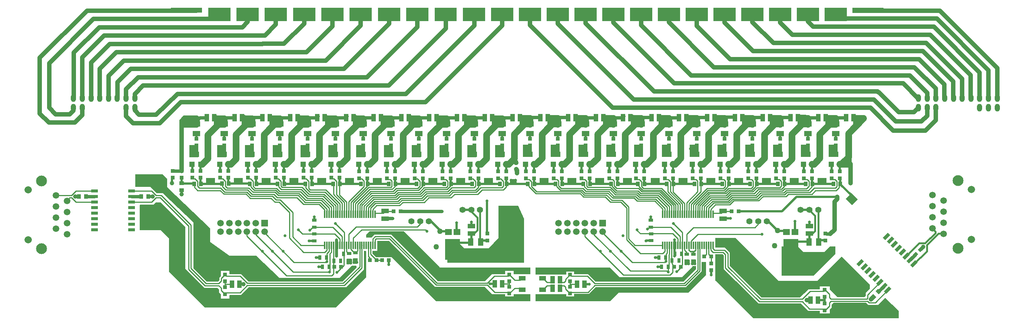
<source format=gtl>
G04*
G04 #@! TF.GenerationSoftware,Altium Limited,Altium Designer,19.0.4 (130)*
G04*
G04 Layer_Physical_Order=1*
G04 Layer_Color=255*
%FSAX25Y25*%
%MOIN*%
G70*
G01*
G75*
%ADD16C,0.01000*%
%ADD21C,0.02000*%
G04:AMPARAMS|DCode=22|XSize=39mil|YSize=32mil|CornerRadius=0mil|HoleSize=0mil|Usage=FLASHONLY|Rotation=45.000|XOffset=0mil|YOffset=0mil|HoleType=Round|Shape=Rectangle|*
%AMROTATEDRECTD22*
4,1,4,-0.00248,-0.02510,-0.02510,-0.00248,0.00248,0.02510,0.02510,0.00248,-0.00248,-0.02510,0.0*
%
%ADD22ROTATEDRECTD22*%

G04:AMPARAMS|DCode=23|XSize=64.96mil|YSize=29.92mil|CornerRadius=0mil|HoleSize=0mil|Usage=FLASHONLY|Rotation=225.000|XOffset=0mil|YOffset=0mil|HoleType=Round|Shape=Rectangle|*
%AMROTATEDRECTD23*
4,1,4,0.01239,0.03355,0.03355,0.01239,-0.01239,-0.03355,-0.03355,-0.01239,0.01239,0.03355,0.0*
%
%ADD23ROTATEDRECTD23*%

%ADD24R,0.01181X0.07087*%
%ADD25R,0.06496X0.02992*%
%ADD26R,0.03800X0.03500*%
%ADD27R,0.03200X0.03900*%
G04:AMPARAMS|DCode=28|XSize=39mil|YSize=32mil|CornerRadius=0mil|HoleSize=0mil|Usage=FLASHONLY|Rotation=315.000|XOffset=0mil|YOffset=0mil|HoleType=Round|Shape=Rectangle|*
%AMROTATEDRECTD28*
4,1,4,-0.02510,0.00248,-0.00248,0.02510,0.02510,-0.00248,0.00248,-0.02510,-0.02510,0.00248,0.0*
%
%ADD28ROTATEDRECTD28*%

%ADD29R,0.04400X0.06600*%
%ADD30R,0.06000X0.05512*%
%ADD31R,0.13228X0.19134*%
%ADD32R,0.04000X0.03000*%
%ADD33R,0.07000X0.04500*%
%ADD34R,0.04500X0.07000*%
%ADD35R,0.06600X0.04400*%
%ADD36R,0.03500X0.03800*%
%ADD37R,0.06000X0.04000*%
%ADD38R,0.03900X0.03200*%
%ADD39R,0.03000X0.04000*%
%ADD40R,0.04500X0.05000*%
%ADD71C,0.03000*%
%ADD72C,0.06000*%
%ADD73C,0.04000*%
%ADD74C,0.01500*%
%ADD75C,0.02500*%
%ADD76C,0.01200*%
%ADD77C,0.01400*%
%ADD78C,0.05941*%
%ADD79C,0.06555*%
%ADD80C,0.09744*%
%ADD81C,0.05512*%
%ADD82O,0.04724X0.07000*%
%ADD83C,0.05906*%
%ADD84R,0.05906X0.05906*%
%ADD85C,0.02500*%
%ADD86C,0.03900*%
%ADD87C,0.05000*%
G36*
X0268000Y0285000D02*
X0268000Y0280500D01*
X0240000Y0280500D01*
X0240000Y0285000D01*
X0268000Y0285000D01*
D02*
G37*
G36*
X0881000Y0284800D02*
X0881000Y0280300D01*
X0853000Y0280300D01*
X0853000Y0284800D01*
X0881000Y0284800D01*
D02*
G37*
G36*
X0848000Y0273000D02*
X0828045D01*
X0828045Y0285000D01*
X0848000D01*
X0848000Y0273000D01*
D02*
G37*
G36*
X0823000D02*
X0803045D01*
X0803045Y0285000D01*
X0823000D01*
X0823000Y0273000D01*
D02*
G37*
G36*
X0798000D02*
X0778046D01*
X0778046Y0285000D01*
X0798000D01*
X0798000Y0273000D01*
D02*
G37*
G36*
X0773000D02*
X0753046D01*
X0753046Y0285000D01*
X0773000D01*
X0773000Y0273000D01*
D02*
G37*
G36*
X0748000D02*
X0728046D01*
X0728046Y0285000D01*
X0748000D01*
X0748000Y0273000D01*
D02*
G37*
G36*
X0723000D02*
X0703046D01*
X0703046Y0285000D01*
X0723000D01*
X0723000Y0273000D01*
D02*
G37*
G36*
X0698000D02*
X0678046D01*
X0678046Y0285000D01*
X0698000D01*
X0698000Y0273000D01*
D02*
G37*
G36*
X0673000D02*
X0653046D01*
X0653046Y0285000D01*
X0673000D01*
X0673000Y0273000D01*
D02*
G37*
G36*
X0648000D02*
X0628046D01*
X0628046Y0285000D01*
X0648000D01*
X0648000Y0273000D01*
D02*
G37*
G36*
X0623000D02*
X0603046D01*
X0603046Y0285000D01*
X0623000D01*
X0623000Y0273000D01*
D02*
G37*
G36*
X0598000D02*
X0578046D01*
X0578046Y0285000D01*
X0598000D01*
X0598000Y0273000D01*
D02*
G37*
G36*
X0573000D02*
X0553046D01*
X0553046Y0285000D01*
X0573000D01*
X0573000Y0273000D01*
D02*
G37*
G36*
X0548000D02*
X0528045D01*
X0528045Y0285000D01*
X0548000D01*
X0548000Y0273000D01*
D02*
G37*
G36*
X0522545D02*
X0502591D01*
X0502591Y0285000D01*
X0522545D01*
X0522545Y0273000D01*
D02*
G37*
G36*
X0497091D02*
X0477136D01*
X0477136Y0285000D01*
X0497091D01*
X0497091Y0273000D01*
D02*
G37*
G36*
X0471636D02*
X0451682D01*
X0451682Y0285000D01*
X0471636D01*
X0471636Y0273000D01*
D02*
G37*
G36*
X0446182D02*
X0426227D01*
X0426227Y0285000D01*
X0446182D01*
X0446182Y0273000D01*
D02*
G37*
G36*
X0420727D02*
X0400773D01*
X0400773Y0285000D01*
X0420727D01*
X0420727Y0273000D01*
D02*
G37*
G36*
X0395273D02*
X0375318D01*
X0375318Y0285000D01*
X0395273D01*
X0395273Y0273000D01*
D02*
G37*
G36*
X0369818D02*
X0349864D01*
X0349864Y0285000D01*
X0369818D01*
X0369818Y0273000D01*
D02*
G37*
G36*
X0344364D02*
X0324409D01*
X0324409Y0285000D01*
X0344364D01*
X0344364Y0273000D01*
D02*
G37*
G36*
X0318909D02*
X0298955D01*
X0298955Y0285000D01*
X0318909D01*
X0318909Y0273000D01*
D02*
G37*
G36*
X0293455D02*
X0273500D01*
X0273500Y0285000D01*
X0293455D01*
X0293455Y0273000D01*
D02*
G37*
G36*
X0862016Y0180000D02*
X0853748D01*
Y0186241D01*
X0862016D01*
Y0180000D01*
D02*
G37*
G36*
X0837016Y0177045D02*
X0828748D01*
Y0185116D01*
X0837016D01*
Y0177045D01*
D02*
G37*
G36*
X0812016D02*
X0803748D01*
Y0186241D01*
X0812016D01*
Y0177045D01*
D02*
G37*
G36*
X0787016D02*
X0778748D01*
Y0186241D01*
X0787016D01*
Y0177045D01*
D02*
G37*
G36*
X0762016D02*
X0753748D01*
Y0186241D01*
X0762016D01*
Y0177045D01*
D02*
G37*
G36*
X0737016D02*
X0728748D01*
Y0186241D01*
X0737016D01*
Y0177045D01*
D02*
G37*
G36*
X0712016D02*
X0703748D01*
Y0186241D01*
X0712016D01*
Y0177045D01*
D02*
G37*
G36*
X0687016D02*
X0678748D01*
Y0186241D01*
X0687016D01*
Y0177045D01*
D02*
G37*
G36*
X0662016D02*
X0653748D01*
Y0186241D01*
X0662016D01*
Y0177045D01*
D02*
G37*
G36*
X0637016D02*
X0628748D01*
Y0186241D01*
X0637016D01*
Y0177045D01*
D02*
G37*
G36*
X0612016D02*
X0603748D01*
Y0186241D01*
X0612016D01*
Y0177045D01*
D02*
G37*
G36*
X0587016D02*
X0578748D01*
Y0186241D01*
X0587016D01*
Y0177045D01*
D02*
G37*
G36*
X0562016D02*
X0553748D01*
Y0186241D01*
X0562016D01*
Y0177045D01*
D02*
G37*
G36*
X0538000Y0176795D02*
X0528748D01*
Y0185991D01*
X0538000D01*
Y0176795D01*
D02*
G37*
G36*
X0513000D02*
X0503748D01*
Y0185991D01*
X0513000D01*
Y0176795D01*
D02*
G37*
G36*
X0488000D02*
X0478748D01*
Y0185991D01*
X0488000D01*
Y0176795D01*
D02*
G37*
G36*
X0463000D02*
X0453748D01*
Y0185991D01*
X0463000D01*
Y0176795D01*
D02*
G37*
G36*
X0438000D02*
X0428748D01*
Y0185991D01*
X0438000D01*
Y0176795D01*
D02*
G37*
G36*
X0413000D02*
X0403748D01*
Y0185991D01*
X0413000D01*
Y0176795D01*
D02*
G37*
G36*
X0388000D02*
X0378748D01*
Y0185991D01*
X0388000D01*
Y0176795D01*
D02*
G37*
G36*
X0363000D02*
X0353748D01*
Y0185991D01*
X0363000D01*
Y0176795D01*
D02*
G37*
G36*
X0338000D02*
X0328748D01*
Y0185991D01*
X0338000D01*
Y0176795D01*
D02*
G37*
G36*
X0313000D02*
X0303748D01*
Y0185991D01*
X0313000D01*
Y0176795D01*
D02*
G37*
G36*
X0288000D02*
X0278748D01*
Y0185991D01*
X0288000D01*
Y0176795D01*
D02*
G37*
G36*
X0262803D02*
X0247500D01*
Y0183652D01*
X0251200Y0187800D01*
X0262803D01*
Y0176795D01*
D02*
G37*
G36*
X0839591Y0150510D02*
X0831591D01*
Y0161510D01*
X0839591D01*
Y0150510D01*
D02*
G37*
G36*
X0814590D02*
X0806590D01*
Y0161510D01*
X0814590D01*
Y0150510D01*
D02*
G37*
G36*
X0789591D02*
X0781591D01*
Y0161510D01*
X0789591D01*
Y0150510D01*
D02*
G37*
G36*
X0764591D02*
X0756591D01*
Y0161510D01*
X0764591D01*
Y0150510D01*
D02*
G37*
G36*
X0739591D02*
X0731591D01*
Y0161510D01*
X0739591D01*
Y0150510D01*
D02*
G37*
G36*
X0714591D02*
X0706591D01*
Y0161510D01*
X0714591D01*
Y0150510D01*
D02*
G37*
G36*
X0689591D02*
X0681591D01*
Y0161510D01*
X0689591D01*
Y0150510D01*
D02*
G37*
G36*
X0664591D02*
X0656591D01*
Y0161510D01*
X0664591D01*
Y0150510D01*
D02*
G37*
G36*
X0639591D02*
X0631591D01*
Y0161510D01*
X0639591D01*
Y0150510D01*
D02*
G37*
G36*
X0614591D02*
X0606591D01*
Y0161510D01*
X0614591D01*
Y0150510D01*
D02*
G37*
G36*
X0589591D02*
X0581591D01*
Y0161510D01*
X0589591D01*
Y0150510D01*
D02*
G37*
G36*
X0564591D02*
X0556591D01*
Y0161510D01*
X0564591D01*
Y0150510D01*
D02*
G37*
G36*
X0489500Y0150366D02*
X0481500D01*
Y0161366D01*
X0489500D01*
Y0150366D01*
D02*
G37*
G36*
X0289614Y0150283D02*
X0281614D01*
Y0161283D01*
X0289614D01*
Y0150283D01*
D02*
G37*
G36*
X0539591Y0150260D02*
X0531591D01*
Y0161260D01*
X0539591D01*
Y0150260D01*
D02*
G37*
G36*
X0514591D02*
X0506591D01*
Y0161260D01*
X0514591D01*
Y0150260D01*
D02*
G37*
G36*
X0464591D02*
X0456591D01*
Y0161260D01*
X0464591D01*
Y0150260D01*
D02*
G37*
G36*
X0439591D02*
X0431591D01*
Y0161260D01*
X0439591D01*
Y0150260D01*
D02*
G37*
G36*
X0414591D02*
X0406591D01*
Y0161260D01*
X0414591D01*
Y0150260D01*
D02*
G37*
G36*
X0389591D02*
X0381591D01*
Y0161260D01*
X0389591D01*
Y0150260D01*
D02*
G37*
G36*
X0364591D02*
X0356591D01*
Y0161260D01*
X0364591D01*
Y0150260D01*
D02*
G37*
G36*
X0339591D02*
X0331591D01*
Y0161260D01*
X0339591D01*
Y0150260D01*
D02*
G37*
G36*
X0314591D02*
X0306591D01*
Y0161260D01*
X0314591D01*
Y0150260D01*
D02*
G37*
G36*
X0264591D02*
X0256591D01*
Y0161260D01*
X0264591D01*
Y0150260D01*
D02*
G37*
G36*
X0852400Y0140901D02*
X0843600D01*
Y0148700D01*
X0852400D01*
Y0140901D01*
D02*
G37*
G36*
X0829500Y0126366D02*
X0821500D01*
Y0131381D01*
X0829500D01*
Y0126366D01*
D02*
G37*
G36*
X0804500D02*
X0796500D01*
Y0131381D01*
X0804500D01*
Y0126366D01*
D02*
G37*
G36*
X0779500D02*
X0771500D01*
Y0131381D01*
X0779500D01*
Y0126366D01*
D02*
G37*
G36*
X0754500D02*
X0746500D01*
Y0131381D01*
X0754500D01*
Y0126366D01*
D02*
G37*
G36*
X0729500D02*
X0721500D01*
Y0131381D01*
X0729500D01*
Y0126366D01*
D02*
G37*
G36*
X0704500D02*
X0696500D01*
Y0131381D01*
X0704500D01*
Y0126366D01*
D02*
G37*
G36*
X0679500D02*
X0671500D01*
Y0131381D01*
X0679500D01*
Y0126366D01*
D02*
G37*
G36*
X0654500D02*
X0646500D01*
Y0131381D01*
X0654500D01*
Y0126366D01*
D02*
G37*
G36*
X0629500D02*
X0621500D01*
Y0131381D01*
X0629500D01*
Y0126366D01*
D02*
G37*
G36*
X0604500D02*
X0596500D01*
Y0131381D01*
X0604500D01*
Y0126366D01*
D02*
G37*
G36*
X0579500D02*
X0571500D01*
Y0131381D01*
X0579500D01*
Y0126366D01*
D02*
G37*
G36*
X0529500D02*
X0521500D01*
Y0131381D01*
X0529500D01*
Y0126366D01*
D02*
G37*
G36*
X0504500D02*
X0496500D01*
Y0131381D01*
X0504500D01*
Y0126366D01*
D02*
G37*
G36*
X0479500D02*
X0471500D01*
Y0131381D01*
X0479500D01*
Y0126366D01*
D02*
G37*
G36*
X0454500D02*
X0446500D01*
Y0131381D01*
X0454500D01*
Y0126366D01*
D02*
G37*
G36*
X0429500D02*
X0421500D01*
Y0131381D01*
X0429500D01*
Y0126366D01*
D02*
G37*
G36*
X0404500D02*
X0396500D01*
Y0131381D01*
X0404500D01*
Y0126366D01*
D02*
G37*
G36*
X0379500D02*
X0371500D01*
Y0131381D01*
X0379500D01*
Y0126366D01*
D02*
G37*
G36*
X0354500D02*
X0346500D01*
Y0131381D01*
X0354500D01*
Y0126366D01*
D02*
G37*
G36*
X0329500D02*
X0321500D01*
Y0131381D01*
X0329500D01*
Y0126366D01*
D02*
G37*
G36*
X0304500D02*
X0296500D01*
Y0131381D01*
X0304500D01*
Y0126366D01*
D02*
G37*
G36*
X0279500D02*
X0271500D01*
Y0131381D01*
X0279500D01*
Y0126366D01*
D02*
G37*
G36*
X0550900Y0130200D02*
Y0126366D01*
X0545100Y0126366D01*
Y0130200D01*
X0545552Y0130600D01*
X0550448Y0130600D01*
X0550900Y0130200D01*
D02*
G37*
G36*
X0253100Y0087500D02*
X0253100Y0049597D01*
X0270128Y0032600D01*
X0282000Y0032600D01*
X0283300Y0031300D01*
X0283300Y0028652D01*
X0285100Y0026852D01*
X0285100Y0023000D01*
X0292500D01*
X0292500Y0025946D01*
X0292853Y0026300D01*
X0303300Y0026300D01*
X0310100Y0033100D01*
X0397500Y0033100D01*
X0413500Y0049100D01*
X0413500Y0066000D01*
X0415351Y0066000D01*
X0415705Y0065646D01*
Y0042100D01*
X0388605Y0015000D01*
X0270500D01*
X0238400Y0047100D01*
X0238400Y0077100D01*
X0230900Y0084600D01*
X0212000Y0084600D01*
X0212000Y0107046D01*
X0212353Y0107400D01*
X0224400Y0107400D01*
X0226700Y0109700D01*
X0230900Y0109700D01*
X0253100Y0087500D01*
D02*
G37*
G36*
X0857849Y0112292D02*
X0852677Y0107120D01*
X0847020Y0112777D01*
X0852192Y0117949D01*
X0857849Y0112292D01*
D02*
G37*
G36*
X0557500Y0094898D02*
X0557500Y0055095D01*
X0488492D01*
Y0072500D01*
X0499500Y0072500D01*
X0503842Y0068158D01*
X0526000D01*
X0534500Y0077503D01*
Y0106500D01*
X0552297D01*
X0557500Y0094898D01*
D02*
G37*
G36*
X0407433Y0058900D02*
Y0054300D01*
X0403570Y0054300D01*
Y0058900D01*
X0407433Y0058900D01*
D02*
G37*
G36*
X0402800Y0053900D02*
X0397988Y0053900D01*
Y0058500D01*
X0402800Y0058500D01*
Y0053900D01*
D02*
G37*
G36*
X0712300Y0057863D02*
Y0053263D01*
X0707812Y0053263D01*
Y0057863D01*
X0712300Y0057863D01*
D02*
G37*
G36*
X0706723Y0053163D02*
X0701912Y0053163D01*
Y0057763D01*
X0706723Y0057763D01*
Y0053163D01*
D02*
G37*
G36*
X0481958Y0051012D02*
X0563346D01*
X0563346Y0044913D01*
X0548300Y0044913D01*
X0548300Y0047800D01*
X0540600D01*
Y0044913D01*
X0528715D01*
X0522412Y0038611D01*
X0479934D01*
X0438173Y0080371D01*
X0423070D01*
X0420536Y0077837D01*
X0415705D01*
Y0080102D01*
Y0080371D01*
X0418744Y0083471D01*
X0449500D01*
X0481958Y0051012D01*
D02*
G37*
G36*
X0804105Y0070000D02*
X0809105Y0065000D01*
X0827515Y0065000D01*
X0832515Y0070000D01*
X0837477Y0070000D01*
X0837477Y0063178D01*
X0817800Y0043500D01*
X0789310Y0043500D01*
X0789310Y0070000D01*
X0804105Y0070000D01*
D02*
G37*
G36*
X0712300Y0052243D02*
X0712354Y0051762D01*
Y0049317D01*
X0701112Y0038075D01*
X0621938Y0038075D01*
X0615581Y0044431D01*
X0615085Y0044763D01*
X0614500Y0044879D01*
X0602700D01*
Y0047200D01*
X0595500Y0047200D01*
X0595500Y0044850D01*
X0595147Y0044496D01*
X0568000Y0044496D01*
Y0051012D01*
X0634688D01*
X0643500Y0042200D01*
X0699600D01*
X0709009Y0051609D01*
X0709005Y0051888D01*
X0709356Y0052243D01*
X0712300Y0052243D01*
D02*
G37*
G36*
X0236480Y0130720D02*
X0236480Y0123084D01*
X0275381Y0086286D01*
X0275381Y0073933D01*
X0292510Y0061497D01*
X0316592Y0061529D01*
X0337660Y0041600D01*
X0391700Y0041600D01*
X0402800Y0052700D01*
X0406646Y0052700D01*
X0407000Y0052346D01*
X0407000Y0051000D01*
X0394279Y0038279D01*
X0310075D01*
X0303354Y0045000D01*
X0292500Y0045000D01*
X0292500Y0048000D01*
X0285000Y0048000D01*
Y0043300D01*
X0283700Y0042000D01*
Y0039608D01*
X0282161Y0038129D01*
X0272162D01*
X0260200Y0050091D01*
Y0091592D01*
X0232494Y0117800D01*
X0227400D01*
X0221300Y0123632D01*
X0208100Y0123632D01*
X0208100Y0134900D01*
X0232300D01*
X0236480Y0130720D01*
D02*
G37*
G36*
X0721327Y0044180D02*
X0705247Y0028100D01*
X0642614Y0028113D01*
X0635125Y0020626D01*
X0568000D01*
X0568000Y0026968D01*
X0595500Y0026968D01*
Y0024900D01*
X0602700D01*
Y0027121D01*
X0615204D01*
X0615523Y0027184D01*
X0615737D01*
X0615790Y0027237D01*
X0616286Y0027569D01*
X0621934Y0033216D01*
X0703125D01*
X0703573Y0033664D01*
X0716765Y0046856D01*
X0716765Y0046856D01*
X0717213Y0047304D01*
Y0056000D01*
X0721313D01*
X0721327Y0044180D01*
D02*
G37*
G36*
X0748100Y0077400D02*
X0786500Y0039000D01*
X0821566D01*
X0843383Y0060817D01*
X0868600Y0035600D01*
Y0031800D01*
X0864800Y0028299D01*
X0864800Y0025568D01*
X0863600Y0024368D01*
X0839400D01*
X0832634Y0031134D01*
X0832600Y0034000D01*
X0823600D01*
Y0031134D01*
X0813700D01*
X0805714Y0023929D01*
X0771199D01*
X0742572Y0052556D01*
Y0064428D01*
X0738200Y0068800D01*
X0729731D01*
X0729731Y0077400D01*
X0748100Y0077400D01*
D02*
G37*
G36*
X0477615Y0033587D02*
X0478456Y0033585D01*
X0478527Y0033571D01*
X0483930D01*
X0522394Y0033471D01*
X0528839Y0027026D01*
X0531974D01*
X0532032Y0026968D01*
X0540600Y0026968D01*
Y0024900D01*
X0548300D01*
X0548300Y0026968D01*
X0563396Y0026968D01*
Y0020626D01*
X0478490D01*
X0471500Y0027616D01*
X0438300Y0060315D01*
X0431796D01*
X0431796Y0060315D01*
X0424300Y0060315D01*
X0421171Y0063442D01*
Y0066000D01*
X0425500D01*
Y0074976D01*
X0436140Y0074989D01*
X0477615Y0033587D01*
D02*
G37*
G36*
X0737133Y0061798D02*
Y0050660D01*
X0737179Y0050429D01*
Y0049204D01*
X0758802Y0028357D01*
X0768179Y0018981D01*
X0768675Y0018649D01*
X0768923Y0018600D01*
X0769027Y0018500D01*
X0806514Y0018500D01*
X0812969Y0012000D01*
X0823500D01*
Y0009400D01*
X0832500D01*
X0832500Y0013300D01*
X0834200Y0014900D01*
X0834200Y0017530D01*
X0835808Y0019171D01*
X0865374D01*
X0867403Y0017297D01*
X0876100Y0017301D01*
X0882350Y0023550D01*
X0894700Y0012000D01*
Y0005200D01*
X0763800Y0005200D01*
X0729764Y0039236D01*
Y0062929D01*
X0729814Y0062950D01*
X0735981D01*
X0737133Y0061798D01*
D02*
G37*
D16*
X0409799Y0051521D02*
Y0070890D01*
X0395028Y0036750D02*
X0409799Y0051521D01*
X0769260Y0020062D02*
X0807800D01*
X0770228Y0022400D02*
X0807800D01*
X0738662Y0050660D02*
X0769260Y0020062D01*
X0741000Y0051628D02*
X0770228Y0022400D01*
X0738662Y0050660D02*
Y0062432D01*
X0741000Y0051628D02*
Y0063400D01*
X0736494Y0064600D02*
X0738662Y0062432D01*
X0737875Y0066525D02*
X0741000Y0063400D01*
X0727610Y0064600D02*
X0736494D01*
X0728991Y0066525D02*
X0737875D01*
X0725701Y0066509D02*
X0727610Y0064600D01*
X0727579Y0067937D02*
X0728991Y0066525D01*
X0814262Y0013600D02*
X0826850D01*
X0807800Y0020062D02*
X0814262Y0013600D01*
X0725701Y0066509D02*
Y0070799D01*
X0815000Y0029600D02*
X0826850D01*
X0807800Y0022400D02*
X0815000Y0029600D01*
X0828100Y0030850D02*
X0828250D01*
X0866459Y0026352D02*
X0877658Y0037551D01*
X0727579Y0067937D02*
Y0070890D01*
X0826850Y0029600D02*
X0828100Y0030850D01*
X0832200Y0024000D02*
X0833700Y0022500D01*
X0832200Y0024000D02*
Y0026900D01*
X0828250Y0030850D02*
X0832200Y0026900D01*
X0866459Y0023086D02*
Y0026352D01*
X0833700Y0022500D02*
X0865873D01*
X0866459Y0023086D01*
X0828100Y0012350D02*
X0828250D01*
X0873480Y0019231D02*
X0884729Y0030480D01*
X0725610Y0070890D02*
X0725701Y0070799D01*
X0826850Y0013600D02*
X0828100Y0012350D01*
X0828250D02*
X0832200Y0016300D01*
Y0019300D01*
X0833600Y0020700D01*
X0867928Y0019231D02*
X0873480D01*
X0833600Y0020700D02*
X0866459D01*
X0867928Y0019231D01*
X0589750Y0039035D02*
Y0039921D01*
X0600200Y0043350D02*
X0614500D01*
X0599100Y0044450D02*
X0600200Y0043350D01*
X0614500D02*
X0621325Y0036525D01*
X0621300Y0034746D02*
X0622100D01*
X0615204Y0028650D02*
X0621300Y0034746D01*
X0841740Y0126366D02*
X0842090D01*
X0555321Y0040921D02*
X0556143D01*
X0524577Y0036900D02*
X0531027Y0043350D01*
X0524777Y0035100D02*
X0531227Y0028650D01*
X0478527Y0035100D02*
X0524777D01*
X0555321Y0031079D02*
X0556143D01*
X0554050Y0039650D02*
X0555321Y0040921D01*
X0544448Y0044450D02*
X0549248Y0039650D01*
X0554050D01*
Y0032350D02*
X0555321Y0031079D01*
X0549248Y0032350D02*
X0554050D01*
X0544448Y0027550D02*
X0549248Y0032350D01*
X0479273Y0036900D02*
X0524577D01*
X0531027Y0043350D02*
X0543198D01*
X0544448Y0044600D01*
X0531227Y0028650D02*
X0543198D01*
X0544448Y0027400D01*
X0437446Y0078727D02*
X0479273Y0036900D01*
X0424489Y0076927D02*
X0436700D01*
X0478527Y0035100D01*
X0423743Y0078727D02*
X0437446D01*
X0421695Y0076679D02*
X0423743Y0078727D01*
X0423494Y0075933D02*
X0424489Y0076927D01*
X0423494Y0070974D02*
Y0075933D01*
X0421695Y0070974D02*
Y0076679D01*
X0421610Y0070890D02*
X0421695Y0070974D01*
X0423494Y0070974D02*
X0423579Y0070890D01*
X0136500Y0116000D02*
X0136571Y0115929D01*
X0150704D01*
X0154674Y0119900D01*
X0171148D01*
X0146500Y0111000D02*
Y0111365D01*
X0149065Y0113929D01*
X0150745D01*
X0154774Y0109900D01*
X0171148D01*
X0222778Y0119900D02*
X0226778Y0115900D01*
X0204652Y0119900D02*
X0222778D01*
X0226778Y0115900D02*
X0231228D01*
X0411768Y0070858D02*
X0411799Y0070890D01*
X0285265Y0030186D02*
Y0032435D01*
X0283100Y0034600D02*
X0285265Y0032435D01*
X0270700Y0034600D02*
X0283100D01*
X0285265Y0030186D02*
X0288551Y0026900D01*
X0285265Y0041314D02*
X0288551Y0044600D01*
X0285265Y0038865D02*
Y0041314D01*
X0283000Y0036600D02*
X0285265Y0038865D01*
X0271528Y0036600D02*
X0283000D01*
X0411768Y0050661D02*
Y0070858D01*
X0395857Y0034750D02*
X0411768Y0050661D01*
X0302128Y0028150D02*
X0308728Y0034750D01*
X0395857D01*
X0289951Y0028150D02*
X0302128D01*
X0288701Y0026900D02*
X0289951Y0028150D01*
X0204652Y0109900D02*
X0205648Y0110896D01*
X0289951Y0043350D02*
X0302128D01*
X0308728Y0036750D02*
X0395028D01*
X0302128Y0043350D02*
X0308728Y0036750D01*
X0288701Y0044600D02*
X0289951Y0043350D01*
X0288551Y0044600D02*
X0288701D01*
X0288551Y0026900D02*
X0288701D01*
X0258000Y0050128D02*
X0271528Y0036600D01*
X0256000Y0049300D02*
X0270700Y0034600D01*
X0256000Y0049300D02*
Y0088300D01*
X0258000Y0050128D02*
Y0089128D01*
X0230400Y0113900D02*
X0256000Y0088300D01*
X0231228Y0115900D02*
X0258000Y0089128D01*
X0226778Y0113900D02*
X0230400D01*
X0204652Y0109900D02*
X0222778D01*
X0226778Y0113900D01*
X0723642Y0063008D02*
Y0070890D01*
X0713980Y0081000D02*
X0771629D01*
X0707894Y0074913D02*
X0713980Y0081000D01*
X0707894Y0070890D02*
Y0074913D01*
X0702491Y0034746D02*
X0715684Y0047938D01*
X0691350Y0046606D02*
Y0051500D01*
X0689044Y0044300D02*
X0691350Y0046606D01*
X0647076Y0044300D02*
X0689044D01*
X0709933Y0087003D02*
X0765140D01*
X0768237Y0090100D02*
Y0092500D01*
X0765140Y0087003D02*
X0768237Y0090100D01*
X0703957Y0081027D02*
X0709933Y0087003D01*
X0725800Y0054600D02*
Y0061000D01*
X0715684Y0047938D02*
Y0070806D01*
X0699900Y0053050D02*
Y0062480D01*
X0698350Y0051500D02*
X0699900Y0053050D01*
X0288701Y0035750D02*
Y0038400D01*
Y0033100D02*
Y0035750D01*
X0294566D01*
X0294917Y0036100D01*
X0405933Y0064050D02*
X0406433D01*
X0407831Y0065948D02*
Y0070890D01*
X0407433Y0065550D02*
X0407831Y0065948D01*
X0407433Y0065050D02*
Y0065550D01*
X0406433Y0064050D02*
X0407433Y0065050D01*
X0411472Y0085000D02*
X0468900D01*
X0403894Y0077422D02*
X0411472Y0085000D01*
X0403894Y0070890D02*
Y0077422D01*
X0510152Y0081717D02*
X0512950D01*
X0509467Y0073181D02*
X0510152Y0073866D01*
X0322200Y0065289D02*
X0344032Y0043457D01*
X0322200Y0065289D02*
Y0065440D01*
X0322049D02*
X0322200D01*
X0308374Y0079115D02*
X0322049Y0065440D01*
X0386177Y0056876D02*
Y0070890D01*
X0386441Y0052009D02*
Y0056876D01*
Y0052009D02*
X0386950Y0051500D01*
X0386441Y0045308D02*
Y0052009D01*
X0344032Y0043457D02*
X0384590D01*
X0308374Y0079115D02*
Y0083126D01*
X0380150Y0056850D02*
Y0063458D01*
X0324122Y0082318D02*
X0350740Y0055700D01*
X0379608D02*
X0380272Y0056364D01*
X0350740Y0055700D02*
X0379608D01*
X0382867Y0051500D02*
Y0063367D01*
X0349852Y0047000D02*
X0382500D01*
X0316248Y0080603D02*
X0349852Y0047000D01*
X0316248Y0080603D02*
Y0083126D01*
X0367666Y0087366D02*
X0368900D01*
Y0087366D02*
Y0087366D01*
X0368700Y0081150D02*
X0387444D01*
X0368700Y0081050D02*
Y0081150D01*
X0354500Y0084800D02*
X0358150Y0081150D01*
X0368700D01*
X0261140Y0123226D02*
Y0126566D01*
X0337234Y0109866D02*
X0346500Y0100600D01*
Y0077500D02*
Y0100600D01*
Y0077500D02*
X0359398Y0064602D01*
X0259260Y0131916D02*
X0260310Y0130866D01*
X0338134Y0111866D02*
X0349500Y0100500D01*
Y0078500D02*
Y0100500D01*
Y0078500D02*
X0357110Y0070890D01*
X0359398Y0064602D02*
X0378236D01*
X0357110Y0070890D02*
X0378303D01*
X0333500Y0109866D02*
X0337234D01*
X0334500Y0111866D02*
X0338134D01*
X0659300Y0084224D02*
X0662150Y0081374D01*
X0659300Y0084224D02*
Y0084800D01*
X0670394Y0087366D02*
X0671366D01*
X0668500Y0085472D02*
X0670394Y0087366D01*
X0671866Y0081323D02*
Y0081374D01*
X0662150D02*
X0671866D01*
X0676000D01*
X0691444D01*
X0671750Y0087366D02*
X0689650D01*
X0671750Y0087366D02*
X0671750Y0087366D01*
X0387444Y0081150D02*
X0392083Y0076511D01*
X0368800Y0087366D02*
X0368900D01*
X0364900Y0084600D02*
X0367666Y0087366D01*
X0368900D02*
X0385650D01*
X0653150Y0047800D02*
X0686621D01*
X0620248Y0080702D02*
X0653150Y0047800D01*
X0620248Y0080702D02*
Y0083126D01*
X0628122Y0082318D02*
X0654940Y0055500D01*
X0684150D01*
X0685150Y0060000D02*
Y0062716D01*
Y0056500D02*
Y0060000D01*
X0690650Y0057200D02*
X0690942Y0057491D01*
X0690650Y0054550D02*
Y0057200D01*
X0691350Y0051500D02*
Y0053850D01*
X0612374Y0079002D02*
X0647076Y0044300D01*
X0612374Y0079002D02*
Y0083126D01*
X0687394Y0047027D02*
X0687421Y0047000D01*
X0686621Y0047800D02*
X0687394Y0047027D01*
X0384590Y0043457D02*
X0386441Y0045308D01*
X0419642Y0062808D02*
X0424950Y0057500D01*
X0419642Y0062808D02*
Y0070890D01*
X0419050Y0057500D02*
Y0059450D01*
X0417673Y0060827D02*
X0419050Y0059450D01*
X0417673Y0060827D02*
Y0070890D01*
X0692000Y0090516D02*
X0700020Y0082496D01*
Y0070890D02*
Y0082496D01*
Y0063066D02*
Y0070890D01*
X0698051Y0051201D02*
X0698500Y0050753D01*
X0468900Y0085000D02*
X0470400Y0083500D01*
X0461737Y0087600D02*
X0464237Y0090100D01*
X0406530Y0087600D02*
X0461737D01*
X0399957Y0081027D02*
X0406530Y0087600D01*
X0791740Y0123850D02*
Y0126366D01*
X0768640Y0121400D02*
X0789291D01*
X0764712Y0117472D02*
X0768640Y0121400D01*
X0743548Y0117472D02*
X0764712D01*
X0769751Y0119800D02*
X0790100D01*
X0765822Y0115872D02*
X0769751Y0119800D01*
X0744211Y0115872D02*
X0765822D01*
X0770567Y0118200D02*
X0791212D01*
X0766638Y0114272D02*
X0770567Y0118200D01*
X0744873Y0114272D02*
X0766638D01*
X0816740Y0123752D02*
Y0126366D01*
X0771543Y0116600D02*
X0792090D01*
X0767614Y0112672D02*
X0771543Y0116600D01*
X0745536Y0112672D02*
X0767614D01*
X0772500Y0115000D02*
X0793438D01*
X0768572Y0111072D02*
X0772500Y0115000D01*
X0746199Y0111072D02*
X0768572D01*
X0787179Y0130316D02*
X0789000Y0128495D01*
Y0124238D02*
Y0128495D01*
X0787762Y0123000D02*
X0789000Y0124238D01*
X0789291Y0121400D02*
X0791740Y0123850D01*
X0792100Y0121800D02*
X0811563D01*
X0790100Y0119800D02*
X0792100Y0121800D01*
X0793212Y0120200D02*
X0813188D01*
X0791212Y0118200D02*
X0793212Y0120200D01*
X0794090Y0118600D02*
X0814600D01*
X0792090Y0116600D02*
X0794090Y0118600D01*
X0795438Y0117000D02*
X0816480D01*
X0793438Y0115000D02*
X0795438Y0117000D01*
X0837179Y0130316D02*
X0839000Y0128495D01*
Y0124023D02*
Y0128495D01*
X0837477Y0122500D02*
X0839000Y0124023D01*
X0818500Y0122500D02*
X0837477D01*
X0841000Y0122857D02*
Y0125626D01*
X0838292Y0120150D02*
X0841000Y0122857D01*
X0819630Y0120150D02*
X0838292D01*
X0813188Y0120200D02*
X0816740Y0123752D01*
X0816480Y0117000D02*
X0819630Y0120150D01*
X0814600Y0118600D02*
X0818500Y0122500D01*
X0812179Y0130316D02*
X0814000Y0128495D01*
Y0124238D02*
Y0128495D01*
X0811563Y0121800D02*
X0814000Y0124238D01*
X0691350Y0051500D02*
X0692650D01*
X0699314Y0063066D02*
X0699900Y0062480D01*
X0690650Y0057200D02*
X0690750D01*
X0698350Y0051500D02*
X0698550D01*
X0698051Y0051201D02*
X0698350Y0051500D01*
X0694847Y0047100D02*
X0698500Y0050753D01*
X0516740Y0123216D02*
Y0126366D01*
X0514090Y0120566D02*
X0516740Y0123216D01*
X0492965Y0120566D02*
X0514090D01*
X0514766Y0118766D02*
X0518738Y0122738D01*
X0493711Y0118766D02*
X0514766D01*
X0518738Y0122738D02*
X0537500D01*
X0541740Y0123606D02*
Y0126366D01*
X0519838Y0120938D02*
X0539071D01*
X0515866Y0116966D02*
X0519838Y0120938D01*
X0495191Y0116966D02*
X0515866D01*
X0536679Y0130816D02*
X0539000Y0128495D01*
Y0124238D02*
Y0128495D01*
X0537500Y0122738D02*
X0539000Y0124238D01*
X0511679Y0130816D02*
X0514000Y0128495D01*
Y0124238D02*
Y0128495D01*
X0512569Y0122806D02*
X0514000Y0124238D01*
X0487179Y0130316D02*
X0489000Y0128495D01*
Y0124238D02*
Y0128495D01*
X0487629Y0122866D02*
X0489000Y0124238D01*
X0491740Y0124432D02*
Y0126366D01*
X0488374Y0121066D02*
X0491740Y0124432D01*
X0461679Y0130816D02*
X0464000Y0128495D01*
Y0124238D02*
Y0128495D01*
X0462000Y0122238D02*
X0464000Y0124238D01*
X0386679Y0130816D02*
X0389000Y0128495D01*
Y0116433D02*
Y0128495D01*
Y0116433D02*
X0396020Y0109413D01*
X0361500Y0130995D02*
X0364000Y0128495D01*
Y0122272D02*
Y0128495D01*
Y0122272D02*
X0365405Y0120866D01*
X0286300Y0123786D02*
Y0126366D01*
X0711831Y0066331D02*
Y0070890D01*
X0705925Y0066665D02*
Y0070890D01*
X0698051D02*
Y0078965D01*
X0689650Y0087366D02*
X0698051Y0078965D01*
X0704100Y0062950D02*
Y0064400D01*
X0701988Y0066512D02*
X0704100Y0064400D01*
X0701988Y0066512D02*
Y0070890D01*
X0686921Y0051054D02*
X0687394Y0050582D01*
X0688209Y0062709D02*
Y0070890D01*
X0687930Y0062430D02*
X0688209Y0062709D01*
X0687930Y0052063D02*
Y0062430D01*
X0687394Y0047027D02*
Y0050582D01*
X0687367Y0051500D02*
X0687930Y0052063D01*
X0690650Y0054550D02*
X0691350Y0053850D01*
X0690942Y0057491D02*
Y0058279D01*
X0690177Y0059043D02*
X0690942Y0058279D01*
X0395768Y0052868D02*
Y0063066D01*
X0394400Y0051500D02*
X0395768Y0052868D01*
X0395299Y0063066D02*
X0395900Y0063667D01*
Y0065000D01*
X0396020Y0065120D01*
Y0070890D01*
X0392850Y0051500D02*
X0394400D01*
X0404381Y0064713D02*
X0405370D01*
X0402016Y0067078D02*
X0404381Y0064713D01*
X0402016Y0067078D02*
Y0070799D01*
X0405370Y0064713D02*
X0405933Y0064150D01*
X0401925Y0070890D02*
X0402016Y0070799D01*
X0399033Y0064166D02*
X0399883D01*
X0397988Y0065212D02*
X0399033Y0064166D01*
X0397988Y0065212D02*
Y0070890D01*
X0399883Y0064166D02*
X0400300Y0063750D01*
X0392850Y0050350D02*
Y0051500D01*
X0389200Y0046700D02*
X0392850Y0050350D01*
X0382367Y0051500D02*
X0382867D01*
Y0047367D02*
Y0051054D01*
X0382500Y0047000D02*
X0382867Y0047367D01*
Y0063367D02*
X0384209Y0064709D01*
Y0070890D01*
X0382240Y0065548D02*
Y0070890D01*
X0380150Y0063458D02*
X0382240Y0065548D01*
X0380272Y0056364D02*
Y0056728D01*
X0380150Y0056850D02*
X0380272Y0056728D01*
X0286300Y0123786D02*
X0289268Y0120818D01*
X0288964Y0124355D02*
Y0128578D01*
X0286524Y0131018D02*
X0288964Y0128578D01*
X0284260Y0131916D02*
X0285181Y0130995D01*
X0290482Y0122618D02*
X0309964D01*
X0288850Y0124250D02*
X0290482Y0122618D01*
X0593614Y0034472D02*
X0595000Y0033087D01*
Y0031650D02*
Y0033087D01*
Y0031650D02*
X0599100Y0027550D01*
X0595000Y0040350D02*
X0599100Y0044450D01*
X0595000Y0038886D02*
Y0040350D01*
X0593642Y0037527D02*
X0595000Y0038886D01*
X0578336Y0034472D02*
X0581943D01*
X0574942Y0031079D02*
X0578336Y0034472D01*
X0578336Y0037527D02*
X0581943D01*
X0574942Y0040921D02*
X0578336Y0037527D01*
X0600200Y0028650D02*
X0615204D01*
X0621325Y0036546D02*
X0701746Y0036546D01*
X0591257Y0034472D02*
X0593614D01*
X0591257Y0037527D02*
X0593642D01*
X0701746Y0036546D02*
X0713883Y0048684D01*
X0589750Y0032965D02*
X0591257Y0034472D01*
X0589750Y0032079D02*
Y0032965D01*
X0715684Y0070806D02*
X0715768Y0070890D01*
X0622100Y0034746D02*
X0702491Y0034746D01*
X0589750Y0039035D02*
X0591257Y0037527D01*
X0713799Y0070890D02*
X0713883Y0070806D01*
Y0048684D02*
Y0070806D01*
X0599100Y0027550D02*
X0600200Y0028650D01*
X0599100Y0036000D02*
Y0038550D01*
Y0033450D02*
Y0036000D01*
X0605383D01*
X0544448Y0036100D02*
Y0038550D01*
Y0033500D02*
Y0036100D01*
X0537850D02*
X0544448D01*
X0583450Y0039035D02*
Y0039921D01*
X0581943Y0037527D02*
X0583450Y0039035D01*
X0574057Y0040921D02*
X0574942D01*
X0582551Y0032978D02*
Y0033864D01*
Y0032978D02*
X0583450Y0032079D01*
X0574057Y0031079D02*
X0574942D01*
X0581943Y0034472D02*
X0582551Y0033864D01*
X0380272Y0098843D02*
Y0103566D01*
X0374171Y0109666D02*
X0380272Y0103566D01*
X0360654Y0109666D02*
X0374171D01*
X0382240Y0098843D02*
Y0104414D01*
X0375189Y0111466D02*
X0382240Y0104414D01*
X0361400Y0111466D02*
X0375189D01*
X0384209Y0098843D02*
Y0105082D01*
X0375924Y0113366D02*
X0384209Y0105082D01*
X0362600Y0113366D02*
X0375924D01*
X0386177Y0098843D02*
Y0105823D01*
X0376834Y0115166D02*
X0386177Y0105823D01*
X0363346Y0115166D02*
X0376834D01*
X0388146Y0098843D02*
Y0106549D01*
X0377728Y0116966D02*
X0388146Y0106549D01*
X0364214Y0116966D02*
X0377728D01*
X0378734Y0118766D02*
X0390114Y0107386D01*
X0364960Y0118766D02*
X0378734D01*
X0390114Y0098843D02*
Y0107386D01*
X0379291Y0120866D02*
X0392083Y0108075D01*
X0365405Y0120866D02*
X0379291D01*
X0392083Y0098843D02*
Y0108075D01*
X0386140Y0116776D02*
X0394051Y0108865D01*
X0386140Y0116776D02*
Y0126366D01*
X0394051Y0098843D02*
Y0108865D01*
X0396020Y0098843D02*
Y0109413D01*
X0391740Y0116260D02*
X0397988Y0110012D01*
X0391740Y0116260D02*
Y0126366D01*
X0397988Y0098843D02*
Y0110012D01*
X0378303Y0098843D02*
Y0102775D01*
X0373212Y0107866D02*
X0378303Y0102775D01*
X0359300Y0107866D02*
X0373212D01*
X0403847Y0070843D02*
X0403894Y0070890D01*
X0464237Y0090100D02*
Y0092500D01*
X0684150Y0055500D02*
X0685150Y0056500D01*
X0703957Y0070890D02*
Y0081027D01*
X0776000Y0092389D02*
X0776111Y0092500D01*
X0324122Y0082318D02*
Y0083126D01*
X0690177Y0059043D02*
Y0070890D01*
X0686240Y0063806D02*
Y0070890D01*
X0685150Y0062716D02*
X0686240Y0063806D01*
X0657433Y0070890D02*
X0682303D01*
X0651616Y0076707D02*
X0657433Y0070890D01*
X0651616Y0076707D02*
Y0105384D01*
X0650000Y0075776D02*
X0662276Y0063500D01*
X0650000Y0075776D02*
Y0104400D01*
X0662276Y0063500D02*
X0682340D01*
X0691444Y0081374D02*
X0696083Y0076736D01*
X0645500Y0111500D02*
X0651616Y0105384D01*
X0636500Y0111500D02*
X0645500D01*
X0644500Y0109900D02*
X0650000Y0104400D01*
X0635300Y0109900D02*
X0644500D01*
X0696083Y0070890D02*
Y0076736D01*
X0385650Y0087366D02*
X0394051Y0078965D01*
X0378236Y0064602D02*
X0380272Y0066638D01*
X0307463Y0117264D02*
X0311361Y0113366D01*
X0287554Y0117264D02*
X0307463D01*
X0284452Y0120366D02*
X0287554Y0117264D01*
X0288348Y0119018D02*
X0308254D01*
X0284748Y0122618D02*
X0288348Y0119018D01*
X0308254D02*
X0312106Y0115166D01*
X0635376Y0123216D02*
X0640337Y0118255D01*
X0613798Y0124320D02*
X0614902Y0123216D01*
X0635376D01*
X0682340Y0063500D02*
X0684272Y0065432D01*
X0614518Y0121100D02*
X0635230D01*
X0611940Y0123678D02*
X0614518Y0121100D01*
X0611940Y0123678D02*
Y0125566D01*
X0613798Y0124320D02*
Y0128697D01*
X0613355Y0119500D02*
X0633950D01*
X0610555Y0122300D02*
X0613355Y0119500D01*
X0590818Y0122300D02*
X0610555D01*
X0609566Y0120700D02*
X0612366Y0117900D01*
X0590155Y0120700D02*
X0609566D01*
X0608903Y0119100D02*
X0611703Y0116300D01*
X0569018Y0119100D02*
X0608903D01*
X0608241Y0117500D02*
X0611041Y0114700D01*
X0568355Y0117500D02*
X0608241D01*
X0612366Y0117900D02*
X0633100D01*
X0611703Y0116300D02*
X0631700D01*
X0611041Y0114700D02*
X0630500D01*
X0612179Y0130316D02*
X0613798Y0128697D01*
X0561940Y0123915D02*
X0568355Y0117500D01*
X0561140Y0126366D02*
X0561940Y0125566D01*
Y0123915D02*
Y0125566D01*
X0630500Y0114700D02*
X0635300Y0109900D01*
X0684272Y0065432D02*
Y0070890D01*
X0689140Y0119211D02*
Y0128355D01*
Y0119211D02*
X0700020Y0108332D01*
Y0098843D02*
Y0108332D01*
X0701988Y0098843D02*
Y0108626D01*
X0691740Y0118874D02*
X0701988Y0108626D01*
X0691740Y0118874D02*
Y0126366D01*
X0698051Y0098843D02*
Y0107942D01*
X0686940Y0119053D02*
X0698051Y0107942D01*
X0686940Y0119053D02*
Y0125566D01*
X0696083Y0098843D02*
Y0107557D01*
X0681340Y0122300D02*
X0696083Y0107557D01*
X0694114Y0098843D02*
Y0107151D01*
X0680565Y0120700D02*
X0694114Y0107151D01*
X0692146Y0098843D02*
Y0106854D01*
X0679900Y0119100D02*
X0692146Y0106854D01*
X0690177Y0098843D02*
Y0106463D01*
X0679140Y0117500D02*
X0690177Y0106463D01*
X0664818Y0122300D02*
X0681340D01*
X0664155Y0120700D02*
X0680565D01*
X0663492Y0119100D02*
X0679900D01*
X0662500Y0117500D02*
X0679140D01*
X0688209Y0098843D02*
Y0105819D01*
X0678128Y0115900D02*
X0688209Y0105819D01*
X0661837Y0115900D02*
X0678128D01*
X0631700Y0116300D02*
X0636500Y0111500D01*
X0588740Y0124378D02*
X0590818Y0122300D01*
X0635230Y0121100D02*
X0639675Y0116655D01*
X0633950Y0119500D02*
X0638450Y0115000D01*
X0633100Y0117900D02*
X0637600Y0113400D01*
X0586940Y0123915D02*
X0590155Y0120700D01*
X0564140Y0123978D02*
X0569018Y0119100D01*
X0559260Y0131416D02*
X0560360Y0130316D01*
X0562179D01*
X0564140Y0128355D01*
Y0123978D02*
Y0128355D01*
X0399957Y0070890D02*
Y0081027D01*
X0388000Y0090516D02*
X0396020Y0082496D01*
Y0070890D02*
Y0082496D01*
X0389000Y0075397D02*
Y0075776D01*
X0392083Y0070890D02*
Y0076511D01*
X0658819Y0116655D02*
X0661174Y0114300D01*
X0659482Y0118255D02*
X0661837Y0115900D01*
X0711831Y0107305D02*
X0723536Y0119010D01*
X0639675Y0116655D02*
X0658819D01*
X0640337Y0118255D02*
X0659482D01*
X0738298Y0119010D02*
X0741560Y0122272D01*
X0762034D01*
X0763740Y0123978D01*
X0424950Y0057500D02*
X0430050D01*
X0713740Y0119112D02*
Y0128755D01*
X0703957Y0109328D02*
X0713740Y0119112D01*
X0703957Y0098843D02*
Y0109328D01*
X0716740Y0119240D02*
Y0126366D01*
X0705925Y0108425D02*
X0716740Y0119240D01*
X0705925Y0098843D02*
Y0108425D01*
X0707894Y0107894D02*
X0722210Y0122210D01*
X0707894Y0098843D02*
Y0107894D01*
X0709862Y0107599D02*
X0722873Y0120610D01*
X0709862Y0098843D02*
Y0107599D01*
X0711831Y0098843D02*
Y0107305D01*
X0713799Y0106799D02*
X0724410Y0117410D01*
X0713799Y0098843D02*
Y0106799D01*
X0715768Y0106505D02*
X0724763Y0115500D01*
X0715768Y0098843D02*
Y0106505D01*
X0725371Y0113845D02*
X0739921D01*
X0717736Y0106211D02*
X0725371Y0113845D01*
X0717736Y0098843D02*
Y0106211D01*
X0723536Y0119010D02*
X0738298D01*
X0722873Y0120610D02*
X0737635D01*
X0722210Y0122210D02*
X0736973D01*
X0724763Y0115500D02*
X0739314D01*
X0724410Y0117410D02*
X0738961D01*
X0726245Y0112245D02*
X0740584D01*
X0719705Y0105705D02*
X0726245Y0112245D01*
X0719705Y0098843D02*
Y0105705D01*
X0727185Y0110645D02*
X0741247D01*
X0721673Y0105134D02*
X0727185Y0110645D01*
X0721673Y0098843D02*
Y0105134D01*
X0728233Y0109045D02*
X0741910D01*
X0723642Y0104454D02*
X0728233Y0109045D01*
X0723642Y0098843D02*
Y0104454D01*
X0729764Y0107445D02*
X0742572D01*
X0725610Y0103291D02*
X0729764Y0107445D01*
X0725610Y0098843D02*
Y0103291D01*
X0739921Y0113845D02*
X0743548Y0117472D01*
X0740584Y0112245D02*
X0744211Y0115872D01*
X0741247Y0110645D02*
X0744873Y0114272D01*
X0741910Y0109045D02*
X0745536Y0112672D01*
X0742572Y0107445D02*
X0746199Y0111072D01*
X0739314Y0115500D02*
X0742885Y0119072D01*
X0736973Y0122210D02*
X0738740Y0123978D01*
X0737635Y0120610D02*
X0740340Y0123315D01*
X0738961Y0117410D02*
X0742222Y0120672D01*
X0740897Y0123872D02*
X0740940Y0123915D01*
X0738740Y0123978D02*
Y0128755D01*
X0740340Y0123589D02*
X0740623Y0123872D01*
X0740340Y0123315D02*
Y0123589D01*
X0740623Y0123872D02*
X0740897D01*
X0742885Y0119072D02*
X0763360D01*
X0742222Y0120672D02*
X0762697D01*
X0765940Y0123915D01*
X0763360Y0119072D02*
X0767288Y0123000D01*
X0765940Y0123915D02*
Y0125566D01*
X0763740Y0123978D02*
Y0128755D01*
X0767288Y0123000D02*
X0787762D01*
X0841000Y0125626D02*
X0841740Y0126366D01*
X0740940Y0125566D02*
X0741740Y0126366D01*
X0740940Y0123915D02*
Y0125566D01*
X0834260Y0131416D02*
X0835360Y0130316D01*
X0837179D01*
X0809260Y0131416D02*
X0810360Y0130316D01*
X0812179D01*
X0784260Y0131416D02*
X0785360Y0130316D01*
X0787179D01*
X0765940Y0125566D02*
X0766740Y0126366D01*
X0762179Y0130316D02*
X0763740Y0128755D01*
X0760360Y0130316D02*
X0762179D01*
X0759260Y0131416D02*
X0760360Y0130316D01*
X0737179D02*
X0738740Y0128755D01*
X0735360Y0130316D02*
X0737179D01*
X0734260Y0131416D02*
X0735360Y0130316D01*
X0709260Y0131416D02*
X0710360Y0130316D01*
X0712179D01*
X0713740Y0128755D01*
X0686240Y0098843D02*
Y0105260D01*
X0677200Y0114300D02*
X0686240Y0105260D01*
X0661174Y0114300D02*
X0677200D01*
X0684272Y0098843D02*
Y0104319D01*
X0676063Y0112528D02*
X0684272Y0104319D01*
X0660276Y0112528D02*
X0676063D01*
X0682303Y0098843D02*
Y0103697D01*
X0675238Y0110763D02*
X0682303Y0103697D01*
X0659237Y0110763D02*
X0675238D01*
X0586140Y0126366D02*
X0586940Y0125566D01*
Y0123915D02*
Y0125566D01*
X0637600Y0113400D02*
X0656600D01*
X0659237Y0110763D01*
X0657804Y0115000D02*
X0660276Y0112528D01*
X0638450Y0115000D02*
X0657804D01*
X0584260Y0131416D02*
X0585360Y0130316D01*
X0587179D01*
X0588740Y0128755D01*
Y0124378D02*
Y0128755D01*
X0686140Y0126366D02*
X0686940Y0125566D01*
X0611140Y0126366D02*
X0611940Y0125566D01*
X0609260Y0131416D02*
X0610360Y0130316D01*
X0612179D01*
X0636940Y0123915D02*
X0641000Y0119855D01*
X0660145D02*
X0662500Y0117500D01*
X0641000Y0119855D02*
X0660145D01*
X0660940Y0123915D02*
X0664155Y0120700D01*
X0663140Y0123978D02*
X0664818Y0122300D01*
X0660474Y0122118D02*
X0663492Y0119100D01*
X0636140Y0126366D02*
X0636940Y0125566D01*
Y0123915D02*
Y0125566D01*
X0663140Y0123978D02*
Y0128355D01*
X0641000Y0122118D02*
X0660474D01*
X0638740Y0124378D02*
X0641000Y0122118D01*
X0634260Y0131416D02*
X0635360Y0130316D01*
X0637179D01*
X0638740Y0128755D01*
Y0124378D02*
Y0128755D01*
X0660140Y0126366D02*
X0660940Y0125566D01*
Y0123915D02*
Y0125566D01*
X0658260Y0131416D02*
X0659360Y0130316D01*
X0661179D01*
X0663140Y0128355D01*
X0684260Y0131416D02*
X0685360Y0130316D01*
X0687179D01*
X0689140Y0128355D01*
X0721673Y0062923D02*
Y0070890D01*
X0719750Y0061000D02*
X0721673Y0062923D01*
X0723642Y0063008D02*
X0725650Y0061000D01*
X0394051Y0070890D02*
Y0078965D01*
X0311940Y0123632D02*
X0315006Y0120566D01*
X0311940Y0123632D02*
Y0125566D01*
X0315006Y0120566D02*
X0334254D01*
X0315752Y0122366D02*
X0335000D01*
X0313940Y0124178D02*
X0315752Y0122366D01*
X0313940Y0124178D02*
Y0128555D01*
X0727501Y0100000D02*
X0735016D01*
X0727501Y0099999D02*
Y0100000D01*
Y0099999D02*
X0727579Y0099921D01*
Y0098843D02*
Y0099921D01*
X0735016Y0100000D02*
X0736531Y0101516D01*
X0744509D02*
X0744558Y0101467D01*
X0736531Y0101516D02*
X0744509D01*
X0432500Y0101516D02*
X0432549Y0101467D01*
X0440526D01*
X0423579Y0098843D02*
Y0099917D01*
X0423669Y0100008D01*
X0430992D01*
X0432500Y0101516D01*
X0389000Y0075397D02*
X0389068Y0075329D01*
X0388146Y0070890D02*
X0388158Y0070902D01*
X0390024Y0070980D02*
X0390114Y0070890D01*
X0510152Y0101259D02*
Y0102866D01*
X0493446Y0067067D02*
X0499560Y0073181D01*
X0518026Y0073866D02*
X0519298Y0075138D01*
X0524222D02*
X0524500Y0075416D01*
X0442346Y0114216D02*
X0444968Y0116838D01*
X0441601Y0116016D02*
X0444222Y0118638D01*
X0403972Y0098921D02*
Y0109118D01*
X0343588Y0123226D02*
X0357954D01*
X0445124Y0108816D02*
X0447746Y0111437D01*
X0444379Y0110616D02*
X0447000Y0113238D01*
X0443379Y0112416D02*
X0446000Y0115038D01*
X0447746Y0111437D02*
X0466473D01*
X0470702Y0115666D01*
X0490611D01*
X0493711Y0118766D01*
X0447000Y0113238D02*
X0465728D01*
X0469956Y0117466D01*
X0489865D01*
X0492965Y0120566D01*
X0446000Y0115038D02*
X0464982D01*
X0469211Y0119266D01*
X0489120D01*
X0492660Y0122806D01*
X0512569D01*
X0444968Y0116838D02*
X0464237D01*
X0468465Y0121066D01*
X0488374D01*
X0357346Y0121166D02*
X0363346Y0115166D01*
X0339406Y0121166D02*
X0357346D01*
X0336940Y0123632D02*
X0339406Y0121166D01*
X0336940Y0123632D02*
Y0125566D01*
X0336140Y0126298D02*
X0336940Y0125566D01*
X0357954Y0123226D02*
X0364214Y0116966D01*
X0403972Y0109118D02*
X0418070Y0123216D01*
X0437979D01*
X0437179Y0130316D02*
X0438740Y0128755D01*
X0435360Y0130316D02*
X0437179D01*
X0434260Y0131416D02*
X0435360Y0130316D01*
X0444222Y0118638D02*
X0463491D01*
X0467720Y0122866D01*
X0487629D01*
X0485360Y0130316D02*
X0487179D01*
X0484260Y0131416D02*
X0485360Y0130316D01*
X0399957Y0098843D02*
Y0110194D01*
X0413740Y0123978D01*
X0401925Y0098843D02*
Y0109617D01*
X0415540Y0123232D01*
X0405862Y0098843D02*
Y0108463D01*
X0418815Y0121416D01*
X0407831Y0098843D02*
Y0107886D01*
X0419561Y0119616D01*
X0409799Y0098843D02*
Y0107309D01*
X0420306Y0117816D01*
X0419642Y0098843D02*
Y0104423D01*
X0424034Y0108816D01*
X0417673Y0098843D02*
Y0105001D01*
X0423289Y0110616D01*
X0415705Y0098843D02*
Y0105578D01*
X0422543Y0112416D01*
X0413736Y0098843D02*
Y0106155D01*
X0421798Y0114216D01*
X0411768Y0098843D02*
Y0106732D01*
X0421052Y0116016D01*
X0496946Y0082866D02*
X0497068Y0082744D01*
X0467871Y0109637D02*
X0472100Y0113866D01*
X0492091D01*
X0495191Y0116966D01*
X0539071Y0120938D02*
X0541740Y0123606D01*
X0448500Y0109637D02*
X0467871D01*
X0445729Y0106866D02*
X0448500Y0109637D01*
X0425110Y0106866D02*
X0445729D01*
X0421610Y0103366D02*
X0425110Y0106866D01*
X0421610Y0098843D02*
Y0103366D01*
X0437979Y0123216D02*
X0438740Y0123978D01*
X0418815Y0121416D02*
X0439050D01*
X0441650Y0124016D01*
X0419561Y0119616D02*
X0440110D01*
X0442731Y0122238D01*
X0420306Y0117816D02*
X0440855D01*
X0443476Y0120438D01*
X0421052Y0116016D02*
X0441601D01*
X0421798Y0114216D02*
X0442346D01*
X0422543Y0112416D02*
X0443379D01*
X0423289Y0110616D02*
X0444379D01*
X0424034Y0108816D02*
X0445124D01*
X0413740Y0123978D02*
Y0128755D01*
X0415540Y0123232D02*
Y0123244D01*
X0416604Y0124307D01*
Y0126230D01*
X0534260Y0131416D02*
X0534860Y0130816D01*
X0536679D01*
X0509260Y0131416D02*
X0509860Y0130816D01*
X0511679D01*
X0443476Y0120438D02*
X0462746D01*
X0466740Y0124432D01*
Y0126366D01*
X0442731Y0122238D02*
X0462000D01*
X0416604Y0126230D02*
X0416740Y0126366D01*
X0459860Y0130816D02*
X0461679D01*
X0459260Y0131416D02*
X0459860Y0130816D01*
X0441650Y0124016D02*
Y0126276D01*
X0438740Y0123978D02*
Y0128755D01*
X0441650Y0126276D02*
X0441740Y0126366D01*
X0403894Y0098843D02*
X0403972Y0098921D01*
X0409260Y0131416D02*
X0409860Y0130816D01*
X0411679D01*
X0413740Y0128755D01*
X0289268Y0120818D02*
X0309000D01*
X0312852Y0116966D01*
X0309964Y0122618D02*
X0313816Y0118766D01*
X0264000Y0120366D02*
X0284452D01*
X0261140Y0123226D02*
X0264000Y0120366D01*
X0265500Y0122618D02*
X0284748D01*
X0263940Y0124178D02*
X0265500Y0122618D01*
X0311361Y0113366D02*
X0330000D01*
X0333500Y0109866D01*
X0312106Y0115166D02*
X0331200D01*
X0334500Y0111866D01*
X0332754Y0116966D02*
X0335754Y0113966D01*
X0353200D01*
X0333500Y0118766D02*
X0336500Y0115766D01*
X0354554D01*
X0334254Y0120566D02*
X0337254Y0117566D01*
X0355300D01*
X0335000Y0122366D02*
X0338000Y0119366D01*
X0356600D01*
X0353200Y0113966D02*
X0359300Y0107866D01*
X0354554Y0115766D02*
X0360654Y0109666D01*
X0355300Y0117566D02*
X0361400Y0111466D01*
X0356600Y0119366D02*
X0362600Y0113366D01*
X0312852Y0116966D02*
X0332754D01*
X0384260Y0131916D02*
X0385360Y0130816D01*
X0386679D01*
X0309260Y0131916D02*
X0310245Y0130930D01*
X0311564D01*
X0312979Y0129516D01*
Y0129516D02*
Y0129516D01*
X0361140Y0122586D02*
X0364960Y0118766D01*
X0313816D02*
X0333500D01*
X0311140Y0126366D02*
X0311940Y0125566D01*
X0338940Y0124178D02*
X0339902Y0123216D01*
X0343579D01*
X0343588Y0123226D01*
X0360181Y0130995D02*
X0361500D01*
X0359260Y0131916D02*
X0360181Y0130995D01*
X0312979Y0129516D02*
X0313940Y0128555D01*
X0335245Y0130930D02*
X0336564D01*
X0338940Y0128555D01*
X0334260Y0131916D02*
X0335245Y0130930D01*
X0338940Y0124178D02*
Y0128555D01*
X0285205Y0131018D02*
X0286524D01*
X0361140Y0122586D02*
Y0126366D01*
X0263940Y0124178D02*
Y0128555D01*
X0260310Y0130866D02*
X0261629D01*
X0263940Y0128555D01*
X0380272Y0066638D02*
Y0070890D01*
D21*
X0841740Y0137466D02*
Y0143839D01*
Y0126366D02*
X0841915Y0126541D01*
X0841740Y0126366D02*
X0852589Y0115517D01*
X0789467Y0101467D02*
X0802600Y0114600D01*
X0839127D01*
X0841740Y0131266D02*
X0841915Y0131091D01*
Y0126541D02*
Y0131091D01*
X0693000Y0063180D02*
Y0076000D01*
X0667366Y0075075D02*
X0671817D01*
X0696950Y0056413D02*
Y0057200D01*
X0785765Y0083835D02*
X0793938D01*
X0776000Y0092389D02*
X0777211D01*
X0828100Y0018550D02*
Y0021450D01*
Y0024650D01*
X0821992Y0021450D02*
X0828100D01*
X0821842Y0021600D02*
X0821992Y0021450D01*
X0725800Y0044300D02*
Y0048400D01*
X0474100Y0092500D02*
X0482900Y0083700D01*
X0489168Y0083400D02*
X0489823Y0082744D01*
X0482600Y0083400D02*
X0489168D01*
X0510152Y0081524D02*
Y0081717D01*
Y0073866D02*
Y0081524D01*
X0785500Y0084100D02*
X0785765Y0083835D01*
X0777211Y0092389D02*
X0785500Y0084100D01*
X0482115Y0083400D02*
X0482600D01*
X0482900Y0083700D01*
X0814266Y0103957D02*
X0814388D01*
Y0074957D02*
Y0081524D01*
X0806514Y0103957D02*
X0807605Y0102866D01*
X0814388Y0081524D02*
X0817024D01*
X0841740Y0137316D02*
Y0137466D01*
X0750608Y0101467D02*
X0789467D01*
X0750458D02*
X0750608D01*
X0249500Y0126566D02*
X0261140D01*
X0249500Y0131766D02*
Y0131916D01*
Y0126998D02*
Y0131766D01*
Y0126648D02*
Y0126998D01*
X0611875Y0036000D02*
X0616133D01*
X0611683D02*
X0611875D01*
X0368604Y0074848D02*
X0368651Y0074801D01*
X0364296Y0074848D02*
X0368604D01*
X0368700Y0074950D02*
X0368800Y0074850D01*
X0364200Y0074752D02*
X0364296Y0074848D01*
X0541740Y0137466D02*
Y0143839D01*
X0524300Y0081516D02*
X0524500Y0081316D01*
X0541740Y0137316D02*
Y0137466D01*
X0791740Y0126366D02*
Y0131416D01*
X0816740Y0126366D02*
Y0131416D01*
X0810790Y0126366D02*
X0811140D01*
X0792090D02*
X0810790D01*
X0791740D02*
X0792090D01*
X0835790D02*
X0836140D01*
X0817090D02*
X0835790D01*
X0816740D02*
X0817090D01*
X0516740D02*
Y0131416D01*
X0535890Y0126366D02*
X0536140D01*
X0516990D02*
X0535890D01*
X0516740D02*
X0516990D01*
X0560890D02*
X0561140D01*
X0541990D02*
X0560890D01*
X0541740D02*
X0541990D01*
X0541740D02*
Y0131416D01*
X0510890Y0126366D02*
X0511140D01*
X0491990D02*
X0510890D01*
X0491740D02*
X0491990D01*
X0491740D02*
Y0131416D01*
X0291764Y0143839D02*
Y0143862D01*
Y0137840D02*
Y0143839D01*
X0336139Y0126216D02*
X0336139D01*
X0316740Y0126366D02*
X0336139Y0126216D01*
X0291764Y0126398D02*
X0311140D01*
X0291764D02*
Y0131940D01*
X0266740Y0126366D02*
X0286300D01*
X0693047Y0061211D02*
X0693080Y0061245D01*
Y0063032D01*
X0693114Y0063066D01*
X0405862Y0057787D02*
X0405925Y0057850D01*
X0405933D01*
X0472111Y0092500D02*
X0474100D01*
X0400176Y0057387D02*
X0400240Y0057450D01*
X0400300D01*
X0392740Y0056876D02*
X0392771Y0056907D01*
X0241000Y0127000D02*
Y0131381D01*
X0241500Y0131881D01*
X0527100Y0036100D02*
X0531550D01*
X0435950Y0053500D02*
Y0057500D01*
X0249500Y0116884D02*
Y0121048D01*
X0524300Y0081516D02*
Y0110900D01*
X0814388Y0089106D02*
Y0092000D01*
X0822262Y0075416D02*
X0828614D01*
X0814266Y0103957D02*
Y0103957D01*
Y0102866D02*
Y0103957D01*
Y0102866D02*
Y0102866D01*
Y0102472D02*
Y0102866D01*
X0807605Y0102866D02*
X0814266D01*
X0678000Y0051500D02*
X0681068D01*
X0675500Y0060000D02*
X0678850D01*
X0693000Y0063180D02*
X0693114Y0063066D01*
X0671750Y0093565D02*
Y0096400D01*
X0368800Y0093565D02*
Y0096400D01*
X0370500Y0060000D02*
X0373850D01*
X0373000Y0051500D02*
X0376068D01*
X0700000Y0126366D02*
X0711140D01*
X0796500Y0068217D02*
X0802555Y0074272D01*
X0813703D01*
X0801182Y0083835D02*
Y0092457D01*
X0743432Y0095217D02*
X0743432Y0095217D01*
X0736531Y0095217D02*
X0743432D01*
X0736531Y0095217D02*
X0736531Y0095217D01*
X0510152Y0088016D02*
Y0091866D01*
X0502278Y0102866D02*
X0510152D01*
X0499560Y0073181D02*
X0509467D01*
X0519298Y0075138D02*
X0524222D01*
X0496946Y0082866D02*
Y0091366D01*
X0838000Y0166816D02*
Y0171929D01*
X0813000Y0166816D02*
Y0171929D01*
X0788000Y0166816D02*
Y0171929D01*
X0763000Y0166816D02*
Y0171929D01*
X0738000Y0166816D02*
Y0171929D01*
X0713000Y0166816D02*
Y0171929D01*
X0687984D02*
X0687992Y0171921D01*
Y0166824D02*
Y0171921D01*
Y0166824D02*
X0688000Y0166816D01*
X0663000D02*
Y0171929D01*
X0638000Y0166816D02*
Y0171929D01*
X0613000Y0166816D02*
Y0171929D01*
X0588000Y0166816D02*
Y0171929D01*
X0563000Y0166816D02*
Y0171929D01*
X0538000Y0166816D02*
Y0171929D01*
X0513000Y0166816D02*
Y0171929D01*
X0488000Y0166816D02*
Y0171929D01*
X0463000Y0166816D02*
Y0171929D01*
X0438000Y0166816D02*
Y0171929D01*
X0413000Y0166816D02*
Y0171929D01*
X0388000Y0166816D02*
Y0171929D01*
X0363000Y0166816D02*
Y0171929D01*
X0313000Y0166816D02*
Y0171929D01*
X0338000Y0166816D02*
Y0171929D01*
X0288008Y0171850D02*
X0288016Y0171858D01*
X0288032Y0166848D02*
Y0171874D01*
X0288000Y0166816D02*
X0288008Y0166824D01*
X0288024Y0152917D02*
Y0160940D01*
X0766740Y0126366D02*
X0775500D01*
X0786140D01*
X0741740D02*
X0750500D01*
X0761140D01*
X0716740D02*
X0725500D01*
X0736140D01*
X0691740D02*
X0700000D01*
X0700423Y0126790D01*
X0665740Y0126366D02*
X0675500D01*
X0686140D01*
X0641740D02*
X0650500D01*
X0660140D01*
X0616740D02*
X0625000D01*
X0636140D01*
X0625000D02*
X0625423Y0126790D01*
X0591740Y0126366D02*
X0600000D01*
X0611140D01*
X0566740D02*
X0575000D01*
X0586140D01*
X0575000D02*
X0575423Y0126790D01*
X0466740Y0126366D02*
X0486140D01*
X0441740D02*
X0461140D01*
X0416740D02*
X0436140D01*
X0391740D02*
X0411140D01*
X0366740D02*
X0386140D01*
X0341740D02*
X0361140D01*
X0766740D02*
Y0131416D01*
X0741740Y0126366D02*
Y0131416D01*
X0716740Y0126366D02*
Y0131416D01*
X0691740Y0126366D02*
Y0131416D01*
X0665740Y0126366D02*
Y0131416D01*
X0641740Y0126366D02*
Y0131416D01*
X0616740Y0126366D02*
Y0131416D01*
X0591740Y0126366D02*
Y0131416D01*
X0566740Y0126366D02*
Y0131416D01*
X0466740Y0126366D02*
Y0131416D01*
X0441740Y0126366D02*
Y0131416D01*
X0416740Y0126366D02*
Y0131416D01*
X0391740Y0126366D02*
Y0131916D01*
X0366740Y0126366D02*
Y0131916D01*
X0341740Y0126366D02*
Y0131916D01*
X0316740Y0126366D02*
Y0131916D01*
X0266740Y0126366D02*
Y0131916D01*
X0834260Y0137316D02*
Y0143839D01*
X0816740Y0137316D02*
Y0143839D01*
X0809260Y0137316D02*
Y0143839D01*
X0791740Y0137316D02*
Y0143839D01*
X0784260Y0137316D02*
Y0143839D01*
X0766740Y0137316D02*
Y0143839D01*
X0759260Y0137316D02*
Y0143839D01*
X0741740Y0137316D02*
Y0143839D01*
X0734260Y0137316D02*
Y0143839D01*
X0716740Y0137316D02*
Y0143839D01*
X0709260Y0137316D02*
Y0143839D01*
X0691740Y0137316D02*
Y0143839D01*
X0684260Y0137316D02*
Y0143839D01*
X0665740Y0137316D02*
Y0143839D01*
X0658260Y0137316D02*
Y0143839D01*
X0641740Y0137316D02*
Y0143839D01*
X0634260Y0137316D02*
Y0143839D01*
X0616740Y0137316D02*
Y0143839D01*
X0609260Y0137316D02*
Y0143839D01*
X0591740Y0137316D02*
Y0143839D01*
X0584260Y0137316D02*
Y0143839D01*
X0566740Y0137316D02*
Y0143839D01*
X0559260Y0137316D02*
Y0143839D01*
X0534260Y0137316D02*
Y0143839D01*
X0516740Y0137316D02*
Y0143839D01*
X0509260Y0137316D02*
Y0143839D01*
X0491740Y0137316D02*
Y0143839D01*
X0484260Y0137316D02*
Y0143839D01*
X0466740Y0137316D02*
Y0143839D01*
X0459260Y0137316D02*
Y0143839D01*
X0441740Y0137316D02*
Y0143839D01*
X0434260Y0137316D02*
Y0143839D01*
X0416740Y0137316D02*
Y0143839D01*
X0409260Y0137316D02*
Y0143839D01*
X0391740Y0137816D02*
Y0143839D01*
X0384260Y0137816D02*
Y0143839D01*
X0366740Y0137816D02*
Y0143839D01*
X0359260Y0137816D02*
Y0143839D01*
X0341740Y0137816D02*
Y0143839D01*
X0334260Y0137816D02*
Y0143839D01*
X0316740Y0137816D02*
Y0143839D01*
X0309260Y0137816D02*
Y0143839D01*
X0284283Y0137840D02*
Y0143862D01*
X0266740Y0137816D02*
Y0143839D01*
X0263000Y0152894D02*
Y0160916D01*
X0259260Y0137816D02*
Y0143839D01*
X0263000Y0167508D02*
Y0171929D01*
D22*
X0914227Y0067127D02*
D03*
X0909773Y0062673D02*
D03*
D23*
X0908420Y0054171D02*
D03*
X0884729Y0030480D02*
D03*
X0881193Y0034016D02*
D03*
X0877658Y0037551D02*
D03*
X0874122Y0041087D02*
D03*
X0870587Y0044622D02*
D03*
X0867051Y0048158D02*
D03*
X0863516Y0051693D02*
D03*
X0859980Y0055229D02*
D03*
X0883671Y0078920D02*
D03*
X0887207Y0075384D02*
D03*
X0890742Y0071849D02*
D03*
X0894278Y0068313D02*
D03*
X0897813Y0064778D02*
D03*
X0901349Y0061242D02*
D03*
X0904884Y0057707D02*
D03*
D24*
X0421610Y0070890D02*
D03*
X0423579Y0098843D02*
D03*
X0421610D02*
D03*
X0419642D02*
D03*
X0417673D02*
D03*
X0415705D02*
D03*
X0413736D02*
D03*
X0411768D02*
D03*
X0409799D02*
D03*
X0407831D02*
D03*
X0405862D02*
D03*
X0403894D02*
D03*
X0401925D02*
D03*
X0399957D02*
D03*
X0397988D02*
D03*
X0396020D02*
D03*
X0394051D02*
D03*
X0392083D02*
D03*
X0390114D02*
D03*
X0388146D02*
D03*
X0386177D02*
D03*
X0384209D02*
D03*
X0382240D02*
D03*
X0380272D02*
D03*
X0378303D02*
D03*
Y0070890D02*
D03*
X0380272D02*
D03*
X0382240D02*
D03*
X0384209D02*
D03*
X0386177D02*
D03*
X0388146D02*
D03*
X0390114D02*
D03*
X0392083D02*
D03*
X0394051D02*
D03*
X0396020D02*
D03*
X0397988D02*
D03*
X0399957D02*
D03*
X0401925D02*
D03*
X0403894D02*
D03*
X0405862D02*
D03*
X0407831D02*
D03*
X0409799D02*
D03*
X0411768D02*
D03*
X0413736D02*
D03*
X0415705D02*
D03*
X0417673D02*
D03*
X0419642D02*
D03*
X0423579D02*
D03*
X0727579D02*
D03*
X0725610D02*
D03*
X0723642D02*
D03*
X0721673D02*
D03*
X0719705D02*
D03*
X0717736D02*
D03*
X0715768D02*
D03*
X0713799D02*
D03*
X0711831D02*
D03*
X0709862D02*
D03*
X0707894D02*
D03*
X0705925D02*
D03*
X0703957D02*
D03*
X0701988D02*
D03*
X0700020D02*
D03*
X0698051D02*
D03*
X0696083D02*
D03*
X0694114D02*
D03*
X0692146D02*
D03*
X0690177D02*
D03*
X0688209D02*
D03*
X0686240D02*
D03*
X0684272D02*
D03*
X0682303D02*
D03*
Y0098843D02*
D03*
X0684272D02*
D03*
X0686240D02*
D03*
X0688209D02*
D03*
X0690177D02*
D03*
X0692146D02*
D03*
X0694114D02*
D03*
X0696083D02*
D03*
X0698051D02*
D03*
X0700020D02*
D03*
X0701988D02*
D03*
X0703957D02*
D03*
X0705925D02*
D03*
X0707894D02*
D03*
X0709862D02*
D03*
X0711831D02*
D03*
X0713799D02*
D03*
X0715768D02*
D03*
X0717736D02*
D03*
X0719705D02*
D03*
X0721673D02*
D03*
X0723642D02*
D03*
X0725610D02*
D03*
X0727579D02*
D03*
D25*
X0171148Y0109900D02*
D03*
X0204652Y0119900D02*
D03*
Y0114900D02*
D03*
Y0109900D02*
D03*
Y0104900D02*
D03*
Y0099900D02*
D03*
Y0094900D02*
D03*
Y0089900D02*
D03*
Y0084900D02*
D03*
X0171148D02*
D03*
Y0089900D02*
D03*
Y0094900D02*
D03*
Y0099900D02*
D03*
Y0104900D02*
D03*
Y0114900D02*
D03*
Y0119900D02*
D03*
D26*
X0288701Y0026900D02*
D03*
X0828100Y0024650D02*
D03*
Y0030850D02*
D03*
Y0012350D02*
D03*
Y0018550D02*
D03*
X0288701Y0033100D02*
D03*
Y0038400D02*
D03*
Y0044600D02*
D03*
X0249500Y0131766D02*
D03*
Y0137966D02*
D03*
X0259260D02*
D03*
Y0131766D02*
D03*
X0266740D02*
D03*
Y0137966D02*
D03*
X0284283Y0137990D02*
D03*
Y0131790D02*
D03*
X0291764D02*
D03*
Y0137990D02*
D03*
X0309260Y0137966D02*
D03*
Y0131766D02*
D03*
X0316740D02*
D03*
Y0137966D02*
D03*
X0334260D02*
D03*
Y0131766D02*
D03*
X0341740D02*
D03*
Y0137966D02*
D03*
X0359260D02*
D03*
Y0131766D02*
D03*
X0366740D02*
D03*
Y0137966D02*
D03*
X0384260D02*
D03*
Y0131766D02*
D03*
X0391740D02*
D03*
Y0137966D02*
D03*
X0409260Y0137466D02*
D03*
Y0131266D02*
D03*
X0416740D02*
D03*
Y0137466D02*
D03*
X0434260D02*
D03*
Y0131266D02*
D03*
X0838000Y0166966D02*
D03*
Y0160766D02*
D03*
X0813000D02*
D03*
Y0166966D02*
D03*
X0788000D02*
D03*
Y0160766D02*
D03*
X0763000D02*
D03*
Y0166966D02*
D03*
X0738000D02*
D03*
Y0160766D02*
D03*
X0713000D02*
D03*
Y0166966D02*
D03*
X0688000D02*
D03*
Y0160766D02*
D03*
X0663000D02*
D03*
Y0166966D02*
D03*
X0638000D02*
D03*
Y0160766D02*
D03*
X0613000D02*
D03*
Y0166966D02*
D03*
X0588000D02*
D03*
Y0160766D02*
D03*
X0563000D02*
D03*
Y0166966D02*
D03*
X0550500Y0139266D02*
D03*
Y0145466D02*
D03*
X0841740Y0137466D02*
D03*
Y0131266D02*
D03*
X0834260D02*
D03*
Y0137466D02*
D03*
X0816740D02*
D03*
Y0131266D02*
D03*
X0809260D02*
D03*
Y0137466D02*
D03*
X0791740D02*
D03*
Y0131266D02*
D03*
X0784260D02*
D03*
Y0137466D02*
D03*
X0766740D02*
D03*
Y0131266D02*
D03*
X0759260D02*
D03*
Y0137466D02*
D03*
X0741740D02*
D03*
Y0131266D02*
D03*
X0734260D02*
D03*
Y0137466D02*
D03*
X0716740D02*
D03*
Y0131266D02*
D03*
X0709260D02*
D03*
Y0137466D02*
D03*
X0691740D02*
D03*
Y0131266D02*
D03*
X0684260D02*
D03*
Y0137466D02*
D03*
X0665740D02*
D03*
Y0131266D02*
D03*
X0658260D02*
D03*
Y0137466D02*
D03*
X0641740D02*
D03*
Y0131266D02*
D03*
X0634260D02*
D03*
Y0137466D02*
D03*
X0616740D02*
D03*
Y0131266D02*
D03*
X0609260D02*
D03*
Y0137466D02*
D03*
X0591740D02*
D03*
Y0131266D02*
D03*
X0584260D02*
D03*
Y0137466D02*
D03*
X0566740D02*
D03*
Y0131266D02*
D03*
X0559260D02*
D03*
Y0137466D02*
D03*
X0538000Y0160766D02*
D03*
Y0166966D02*
D03*
X0513000D02*
D03*
Y0160766D02*
D03*
X0488000D02*
D03*
Y0166966D02*
D03*
X0463000D02*
D03*
Y0160766D02*
D03*
X0438000D02*
D03*
Y0166966D02*
D03*
X0413000D02*
D03*
Y0160766D02*
D03*
X0388000D02*
D03*
Y0166966D02*
D03*
X0363000D02*
D03*
Y0160766D02*
D03*
X0338000D02*
D03*
Y0166966D02*
D03*
X0313000D02*
D03*
Y0160766D02*
D03*
X0288024Y0160790D02*
D03*
Y0166990D02*
D03*
X0263000Y0166966D02*
D03*
Y0160766D02*
D03*
X0241500Y0137931D02*
D03*
Y0131731D02*
D03*
X0541740Y0131266D02*
D03*
Y0137466D02*
D03*
X0534260D02*
D03*
Y0131266D02*
D03*
X0516740D02*
D03*
Y0137466D02*
D03*
X0509260D02*
D03*
Y0131266D02*
D03*
X0491740D02*
D03*
Y0137466D02*
D03*
X0484260D02*
D03*
Y0131266D02*
D03*
X0466740D02*
D03*
Y0137466D02*
D03*
X0459260D02*
D03*
Y0131266D02*
D03*
X0441740D02*
D03*
Y0137466D02*
D03*
X0725800Y0048400D02*
D03*
Y0054600D02*
D03*
X0544448Y0033600D02*
D03*
Y0027400D02*
D03*
Y0044600D02*
D03*
Y0038400D02*
D03*
X0828614Y0081466D02*
D03*
Y0075266D02*
D03*
X0524500Y0075266D02*
D03*
Y0081466D02*
D03*
X0599100Y0027400D02*
D03*
Y0033600D02*
D03*
Y0044600D02*
D03*
Y0038400D02*
D03*
D27*
X0163650Y0114900D02*
D03*
X0157350D02*
D03*
X0219650D02*
D03*
X0213350D02*
D03*
X0835790Y0126366D02*
D03*
X0842090D02*
D03*
X0817090D02*
D03*
X0810790D02*
D03*
X0785790D02*
D03*
X0792090D02*
D03*
X0767090D02*
D03*
X0760790D02*
D03*
X0735790D02*
D03*
X0742090D02*
D03*
X0717090D02*
D03*
X0710790D02*
D03*
X0685790D02*
D03*
X0692090D02*
D03*
X0666090D02*
D03*
X0659790D02*
D03*
X0635790D02*
D03*
X0642090D02*
D03*
X0617090D02*
D03*
X0610790D02*
D03*
X0585790D02*
D03*
X0592090D02*
D03*
X0567090D02*
D03*
X0560790D02*
D03*
X0535790D02*
D03*
X0542090D02*
D03*
X0517090D02*
D03*
X0510790D02*
D03*
X0485790D02*
D03*
X0492090D02*
D03*
X0467090D02*
D03*
X0460790D02*
D03*
X0435790D02*
D03*
X0442090D02*
D03*
X0417090D02*
D03*
X0410790D02*
D03*
X0385790D02*
D03*
X0392090D02*
D03*
X0367090D02*
D03*
X0360790D02*
D03*
X0335790D02*
D03*
X0342090D02*
D03*
X0317090D02*
D03*
X0310790D02*
D03*
X0285814Y0126390D02*
D03*
X0292114D02*
D03*
X0267090Y0126366D02*
D03*
X0260790D02*
D03*
D28*
X0871901Y0024673D02*
D03*
X0876356Y0029128D02*
D03*
D29*
X0815158Y0021600D02*
D03*
X0821842D02*
D03*
X0294917Y0035750D02*
D03*
X0301600D02*
D03*
X0278842Y0186000D02*
D03*
X0272158D02*
D03*
X0297158D02*
D03*
X0303842D02*
D03*
X0328842D02*
D03*
X0322158D02*
D03*
X0347158D02*
D03*
X0353842D02*
D03*
X0378342D02*
D03*
X0371658D02*
D03*
X0397658D02*
D03*
X0404342D02*
D03*
X0428842D02*
D03*
X0422158D02*
D03*
X0447158D02*
D03*
X0453842D02*
D03*
X0478842D02*
D03*
X0472158D02*
D03*
X0497158D02*
D03*
X0503842D02*
D03*
X0528842D02*
D03*
X0522158D02*
D03*
X0547158D02*
D03*
X0553842D02*
D03*
X0578842D02*
D03*
X0572158D02*
D03*
X0597158D02*
D03*
X0603842D02*
D03*
X0628842D02*
D03*
X0622158D02*
D03*
X0646658D02*
D03*
X0653342D02*
D03*
X0678842D02*
D03*
X0672158D02*
D03*
X0696895D02*
D03*
X0703578D02*
D03*
X0728842D02*
D03*
X0722158D02*
D03*
X0747158D02*
D03*
X0753842D02*
D03*
X0778842D02*
D03*
X0772158D02*
D03*
X0797158D02*
D03*
X0803842D02*
D03*
X0828842D02*
D03*
X0822158D02*
D03*
X0847158D02*
D03*
X0853842D02*
D03*
X0538042Y0036100D02*
D03*
X0531358D02*
D03*
X0611875Y0036000D02*
D03*
X0605191D02*
D03*
X0589942Y0032079D02*
D03*
X0583258D02*
D03*
Y0039921D02*
D03*
X0589942D02*
D03*
D30*
X0801446Y0082744D02*
D03*
X0793674D02*
D03*
X0497331Y0082744D02*
D03*
X0489560D02*
D03*
D31*
X0797560Y0067067D02*
D03*
X0493446Y0067067D02*
D03*
D32*
X0671750Y0087366D02*
D03*
Y0093466D02*
D03*
X0368800Y0087366D02*
D03*
Y0093466D02*
D03*
X0671866Y0075223D02*
D03*
Y0081323D02*
D03*
X0368800Y0081050D02*
D03*
Y0074950D02*
D03*
X0704100Y0056750D02*
D03*
Y0062850D02*
D03*
X0400300Y0063650D02*
D03*
Y0057550D02*
D03*
X0710000Y0056850D02*
D03*
Y0062950D02*
D03*
X0405933Y0064050D02*
D03*
Y0057950D02*
D03*
D33*
X0838000Y0171451D02*
D03*
Y0180281D02*
D03*
X0813000D02*
D03*
Y0171451D02*
D03*
X0788000D02*
D03*
Y0180281D02*
D03*
X0763000D02*
D03*
Y0171451D02*
D03*
X0738000D02*
D03*
Y0180281D02*
D03*
X0713000D02*
D03*
Y0171451D02*
D03*
X0687984D02*
D03*
Y0180281D02*
D03*
X0663000D02*
D03*
Y0171451D02*
D03*
X0638000D02*
D03*
Y0180281D02*
D03*
X0613000D02*
D03*
Y0171451D02*
D03*
X0588000D02*
D03*
Y0180281D02*
D03*
X0563000D02*
D03*
Y0171451D02*
D03*
X0538000D02*
D03*
Y0180281D02*
D03*
X0513000D02*
D03*
Y0171451D02*
D03*
X0488000D02*
D03*
Y0180281D02*
D03*
X0463000D02*
D03*
Y0171451D02*
D03*
X0438000D02*
D03*
Y0180281D02*
D03*
X0413000D02*
D03*
Y0171451D02*
D03*
X0388000D02*
D03*
Y0180281D02*
D03*
X0363000D02*
D03*
Y0171451D02*
D03*
X0338000D02*
D03*
Y0180281D02*
D03*
X0313000D02*
D03*
Y0171451D02*
D03*
X0288039Y0171474D02*
D03*
Y0180305D02*
D03*
X0263000Y0180281D02*
D03*
Y0171451D02*
D03*
D34*
X0822619Y0073866D02*
D03*
X0813788D02*
D03*
X0509674Y0073866D02*
D03*
X0518504D02*
D03*
D35*
X0736531Y0101708D02*
D03*
Y0095024D02*
D03*
X0432500Y0095024D02*
D03*
Y0101708D02*
D03*
X0814266Y0088208D02*
D03*
Y0081524D02*
D03*
X0510152Y0081524D02*
D03*
Y0088208D02*
D03*
D36*
X0750608Y0101467D02*
D03*
X0744408D02*
D03*
X0440377Y0101467D02*
D03*
X0446576D02*
D03*
X0692500Y0051500D02*
D03*
X0698700D02*
D03*
X0393000D02*
D03*
X0386800D02*
D03*
X0725800Y0061000D02*
D03*
X0719600D02*
D03*
X0418900Y0057500D02*
D03*
X0425100D02*
D03*
X0429900D02*
D03*
X0436100D02*
D03*
D37*
X0555801Y0041150D02*
D03*
Y0030850D02*
D03*
X0574399D02*
D03*
Y0041150D02*
D03*
D38*
X0249500Y0120698D02*
D03*
Y0126998D02*
D03*
D39*
X0696850Y0057200D02*
D03*
X0690750D02*
D03*
X0386541Y0056876D02*
D03*
X0392640D02*
D03*
X0681167Y0051500D02*
D03*
X0687267D02*
D03*
X0382267D02*
D03*
X0376167D02*
D03*
X0678950Y0060000D02*
D03*
X0685050D02*
D03*
X0380050D02*
D03*
X0373950D02*
D03*
X0693214Y0063066D02*
D03*
X0699314D02*
D03*
X0395200Y0063066D02*
D03*
X0389100D02*
D03*
D40*
X0259010Y0143839D02*
D03*
X0266990D02*
D03*
X0263000Y0152894D02*
D03*
X0288024Y0152917D02*
D03*
X0292014Y0143862D02*
D03*
X0284033D02*
D03*
X0309010Y0143839D02*
D03*
X0316990D02*
D03*
X0313000Y0152894D02*
D03*
X0838000D02*
D03*
X0841990Y0143839D02*
D03*
X0834010D02*
D03*
X0809010D02*
D03*
X0816990D02*
D03*
X0813000Y0152894D02*
D03*
X0788000D02*
D03*
X0791990Y0143839D02*
D03*
X0784010D02*
D03*
X0759010D02*
D03*
X0766990D02*
D03*
X0763000Y0152894D02*
D03*
X0738000D02*
D03*
X0741990Y0143839D02*
D03*
X0734010D02*
D03*
X0709010D02*
D03*
X0716990D02*
D03*
X0713000Y0152894D02*
D03*
X0688000D02*
D03*
X0691990Y0143839D02*
D03*
X0684010D02*
D03*
X0658010D02*
D03*
X0665990D02*
D03*
X0662000Y0152894D02*
D03*
X0638000D02*
D03*
X0641990Y0143839D02*
D03*
X0634010D02*
D03*
X0609010D02*
D03*
X0616990D02*
D03*
X0613000Y0152894D02*
D03*
X0588000D02*
D03*
X0591990Y0143839D02*
D03*
X0584010D02*
D03*
X0559010D02*
D03*
X0566990D02*
D03*
X0563000Y0152894D02*
D03*
X0538000D02*
D03*
X0541990Y0143839D02*
D03*
X0534010D02*
D03*
X0509010D02*
D03*
X0516990D02*
D03*
X0513000Y0152894D02*
D03*
X0488000D02*
D03*
X0491990Y0143839D02*
D03*
X0484010D02*
D03*
X0459010D02*
D03*
X0466990D02*
D03*
X0463000Y0152894D02*
D03*
X0438000D02*
D03*
X0441990Y0143839D02*
D03*
X0434010D02*
D03*
X0409010D02*
D03*
X0416990D02*
D03*
X0413000Y0152894D02*
D03*
X0388000D02*
D03*
X0391990Y0143839D02*
D03*
X0384010D02*
D03*
X0359010D02*
D03*
X0366990D02*
D03*
X0363000Y0152894D02*
D03*
X0338000D02*
D03*
X0341990Y0143839D02*
D03*
X0334010D02*
D03*
D71*
X0855000Y0187366D02*
X0857250Y0185116D01*
X0853300Y0187366D02*
X0855000D01*
X0876356Y0029128D02*
Y0029173D01*
X0881193Y0034010D01*
Y0034016D01*
X0914227Y0067127D02*
X0916570Y0069470D01*
X0904884Y0057707D02*
Y0057712D01*
X0909773Y0062600D01*
Y0062673D01*
X0163650Y0114900D02*
X0171148D01*
X0157325Y0114925D02*
X0157350Y0114900D01*
X0154063Y0114925D02*
X0157325D01*
X0154038Y0114950D02*
X0154063Y0114925D01*
X0204652Y0114900D02*
X0213350D01*
X0829784Y0081237D02*
X0833037D01*
X0571575Y0186241D02*
X0572700Y0187366D01*
X0555000D02*
X0557250Y0185116D01*
X0553300Y0187366D02*
X0555000D01*
X0446491Y0101500D02*
X0483500D01*
X0271060Y0185726D02*
X0272700Y0187366D01*
X0265860Y0185726D02*
X0271060D01*
X0265000Y0184866D02*
X0265860Y0185726D01*
X0296060D02*
X0297700Y0187366D01*
X0288000Y0184866D02*
X0288244D01*
X0279882Y0187366D02*
X0282382Y0184866D01*
X0278300Y0187366D02*
X0279882D01*
X0289103Y0185726D02*
X0296060D01*
X0288244Y0184866D02*
X0289103Y0185726D01*
X0321504Y0186170D02*
X0322700Y0187366D01*
X0303300D02*
X0305500D01*
X0314547Y0186170D02*
X0321504D01*
X0313244Y0184866D02*
X0314547Y0186170D01*
X0346334Y0186000D02*
X0347700Y0187366D01*
X0329500D02*
X0332000Y0184866D01*
X0328300Y0187366D02*
X0329500D01*
X0339377Y0186000D02*
X0346334D01*
X0338244Y0184866D02*
X0339377Y0186000D01*
X0370825Y0185991D02*
X0372200Y0187366D01*
X0353300D02*
X0355000D01*
X0357500Y0184866D01*
X0364369Y0185991D02*
X0370825D01*
X0363244Y0184866D02*
X0364369Y0185991D01*
X0396825D02*
X0398200Y0187366D01*
X0377800D02*
X0379406D01*
X0381906Y0184866D01*
X0389369Y0185991D02*
X0396825D01*
X0388244Y0184866D02*
X0389369Y0185991D01*
X0421325D02*
X0422700Y0187366D01*
X0405500D02*
X0408000Y0184866D01*
X0403800Y0187366D02*
X0405500D01*
X0414368Y0185991D02*
X0421325D01*
X0413243Y0184866D02*
X0414368Y0185991D01*
X0446334Y0186000D02*
X0447700Y0187366D01*
X0429500D02*
X0432000Y0184866D01*
X0428300Y0187366D02*
X0429500D01*
X0439377Y0186000D02*
X0446334D01*
X0438243Y0184866D02*
X0439377Y0186000D01*
X0471325Y0185991D02*
X0472700Y0187366D01*
X0453300D02*
X0455000D01*
X0457500Y0184866D01*
X0464368Y0185991D02*
X0471325D01*
X0463243Y0184866D02*
X0464368Y0185991D01*
X0496325D02*
X0497700Y0187366D01*
X0479500D02*
X0482000Y0184866D01*
X0478300Y0187366D02*
X0479500D01*
X0489368Y0185991D02*
X0496325D01*
X0488243Y0184866D02*
X0489368Y0185991D01*
X0521334Y0186000D02*
X0522700Y0187366D01*
X0503300D02*
X0505000D01*
X0507500Y0184866D01*
X0514377Y0186000D02*
X0521334D01*
X0513243Y0184866D02*
X0514377Y0186000D01*
X0546334D02*
X0547700Y0187366D01*
X0529500D02*
X0532000Y0184866D01*
X0528300Y0187366D02*
X0529500D01*
X0539377Y0186000D02*
X0546334D01*
X0538243Y0184866D02*
X0539377Y0186000D01*
X0446475Y0101516D02*
X0446491Y0101500D01*
X0564368Y0186241D02*
X0571575D01*
X0563243Y0185116D02*
X0564368Y0186241D01*
X0596504Y0186170D02*
X0597700Y0187366D01*
X0579500D02*
X0581750Y0185116D01*
X0578300Y0187366D02*
X0579500D01*
X0589297Y0186170D02*
X0596504D01*
X0588243Y0185116D02*
X0589297Y0186170D01*
X0621325Y0185991D02*
X0622700Y0187366D01*
X0603300D02*
X0605000D01*
X0607250Y0185116D01*
X0614118Y0185991D02*
X0621325D01*
X0613243Y0185116D02*
X0614118Y0185991D01*
X0645834Y0186000D02*
X0647200Y0187366D01*
X0628300D02*
X0630000D01*
X0632250Y0185116D01*
X0639127Y0186000D02*
X0645834D01*
X0638243Y0185116D02*
X0639127Y0186000D01*
X0671504Y0186170D02*
X0672700Y0187366D01*
X0652800D02*
X0655382D01*
X0664297Y0186170D02*
X0671504D01*
X0663243Y0185116D02*
X0664297Y0186170D01*
X0696070Y0186000D02*
X0697436Y0187366D01*
X0678300D02*
X0680091D01*
X0689127Y0186000D02*
X0696070D01*
X0688243Y0185116D02*
X0689127Y0186000D01*
X0721504Y0186170D02*
X0722700Y0187366D01*
X0704000D02*
X0706250Y0185116D01*
X0703036Y0187366D02*
X0704000D01*
X0714297Y0186170D02*
X0721504D01*
X0713243Y0185116D02*
X0714297Y0186170D01*
X0746834Y0186500D02*
X0747700Y0187366D01*
X0728300D02*
X0730000D01*
X0732250Y0185116D01*
X0739627Y0186500D02*
X0746834D01*
X0738243Y0185116D02*
X0739627Y0186500D01*
X0771504Y0186170D02*
X0772700Y0187366D01*
X0753300D02*
X0754634D01*
X0756884Y0185116D01*
X0764297Y0186170D02*
X0771504D01*
X0763243Y0185116D02*
X0764297Y0186170D01*
X0796504D02*
X0797700Y0187366D01*
X0779500D02*
X0781750Y0185116D01*
X0778300Y0187366D02*
X0779500D01*
X0789297Y0186170D02*
X0796504D01*
X0788243Y0185116D02*
X0789297Y0186170D01*
X0821334Y0186000D02*
X0822700Y0187366D01*
X0803300D02*
X0810507D01*
X0814127Y0186000D02*
X0821334D01*
X0813243Y0185116D02*
X0814127Y0186000D01*
X0846334D02*
X0847700Y0187366D01*
X0829250D02*
X0831500Y0185116D01*
X0828300Y0187366D02*
X0829250D01*
X0839127Y0186000D02*
X0846334D01*
X0838243Y0185116D02*
X0839127Y0186000D01*
X0241535Y0137816D02*
X0249500D01*
X0241500Y0137781D02*
X0241535Y0137816D01*
X0812757Y0185116D02*
X0813000D01*
X0810507Y0187366D02*
X0812757Y0185116D01*
X0788000D02*
X0788243D01*
X0763000D02*
X0763243D01*
X0738000D02*
X0738243D01*
X0713000D02*
X0713243D01*
X0688000D02*
X0688243D01*
X0663000D02*
X0663243D01*
X0638000D02*
X0638243D01*
X0613000D02*
X0613243D01*
X0588000D02*
X0588243D01*
X0563000D02*
X0563243D01*
X0538000Y0184866D02*
X0538243D01*
X0513000D02*
X0513243D01*
X0446426Y0101467D02*
X0446475Y0101516D01*
X0813000Y0185116D02*
X0813243D01*
X0432500Y0095217D02*
X0439400D01*
X0363000Y0184866D02*
X0363244D01*
X0388000D02*
X0388244D01*
X0838000Y0185116D02*
X0838243D01*
X0488000Y0184866D02*
X0488243D01*
X0463000D02*
X0463243D01*
X0438000D02*
X0438243D01*
X0338000D02*
X0338244D01*
X0313000D02*
X0313244D01*
X0263000D02*
X0265000D01*
X0655382Y0187366D02*
X0657632Y0185116D01*
X0680091Y0187366D02*
X0682340Y0185116D01*
X0305500Y0187366D02*
X0308000Y0184866D01*
D72*
X0847834Y0148700D02*
X0849500Y0150366D01*
Y0171616D01*
X0548800Y0170916D02*
X0563000Y0185116D01*
X0547833Y0147833D02*
X0548800Y0148800D01*
X0543839Y0143839D02*
X0547833Y0147833D01*
X0541990Y0143839D02*
X0543839D01*
X0541740D02*
X0541990D01*
X0841990D02*
X0842972D01*
X0841740D02*
X0841990D01*
X0288000Y0179819D02*
Y0184866D01*
X0273400Y0170266D02*
X0288000Y0184866D01*
X0298600Y0170466D02*
X0313000Y0184866D01*
X0291764Y0143839D02*
X0293972D01*
X0291740D02*
X0291764D01*
X0323800Y0170666D02*
X0338000Y0184866D01*
X0498700Y0170566D02*
X0513000Y0184866D01*
X0532000D02*
X0538000D01*
Y0179803D02*
Y0184866D01*
X0523800Y0170666D02*
X0538000Y0184866D01*
X0573800Y0170916D02*
X0588000Y0185116D01*
X0598700Y0170816D02*
X0613000Y0185116D01*
X0623800Y0170916D02*
X0638000Y0185116D01*
X0648700Y0170816D02*
X0663000Y0185116D01*
X0673800Y0170916D02*
X0685336Y0182452D01*
X0698700Y0170816D02*
X0713000Y0185116D01*
X0723700Y0170816D02*
X0738000Y0185116D01*
X0748800Y0170916D02*
X0763000Y0185116D01*
X0773800Y0170916D02*
X0788000Y0185116D01*
X0548800Y0148800D02*
Y0170916D01*
X0849500Y0171616D02*
X0863000Y0185116D01*
X0847834Y0147566D02*
Y0148700D01*
X0381906Y0184866D02*
X0388000D01*
X0706250Y0185116D02*
X0713000D01*
X0756884D02*
X0763000D01*
X0831500D02*
X0838000D01*
X0842972Y0143839D02*
X0847500Y0148366D01*
X0823700Y0170816D02*
X0832687Y0179803D01*
X0823700Y0149066D02*
Y0170816D01*
X0818472Y0143839D02*
X0823700Y0149066D01*
X0798600Y0170716D02*
X0806590Y0178707D01*
X0798600Y0148566D02*
Y0170716D01*
X0793872Y0143839D02*
X0798600Y0148566D01*
X0773800Y0149166D02*
Y0170916D01*
X0768472Y0143839D02*
X0773800Y0149166D01*
X0748800D02*
Y0170916D01*
X0743472Y0143839D02*
X0748800Y0149166D01*
X0723700Y0148666D02*
Y0170816D01*
X0718872Y0143839D02*
X0723700Y0148666D01*
X0698700Y0149066D02*
Y0170816D01*
X0693472Y0143839D02*
X0698700Y0149066D01*
X0673800Y0149766D02*
Y0170916D01*
X0667872Y0143839D02*
X0673800Y0149766D01*
X0648700Y0148666D02*
Y0170816D01*
X0643872Y0143839D02*
X0648700Y0148666D01*
X0623800Y0149266D02*
Y0170916D01*
X0618372Y0143839D02*
X0623800Y0149266D01*
X0598700Y0148666D02*
Y0170816D01*
X0593872Y0143839D02*
X0598700Y0148666D01*
X0573800Y0149266D02*
Y0170916D01*
X0568372Y0143839D02*
X0573800Y0149266D01*
X0523800Y0148766D02*
Y0170666D01*
X0518872Y0143839D02*
X0523800Y0148766D01*
X0498700Y0148866D02*
Y0170566D01*
X0493672Y0143839D02*
X0498700Y0148866D01*
X0473700Y0170566D02*
X0482500Y0179366D01*
X0473700Y0148866D02*
Y0170566D01*
X0468672Y0143839D02*
X0473700Y0148866D01*
X0448800Y0170666D02*
X0457882Y0179748D01*
X0448800Y0149153D02*
Y0170666D01*
X0443485Y0143839D02*
X0448800Y0149153D01*
X0423700Y0170566D02*
X0432937Y0179803D01*
X0423700Y0148666D02*
Y0170566D01*
X0418872Y0143839D02*
X0423700Y0148666D01*
X0398700Y0170566D02*
X0408500Y0180366D01*
X0398700Y0149166D02*
Y0170566D01*
X0393372Y0143839D02*
X0398700Y0149166D01*
X0373700Y0170566D02*
X0382937Y0179803D01*
X0373700Y0148853D02*
Y0170566D01*
X0368685Y0143839D02*
X0373700Y0148853D01*
X0348700Y0170566D02*
X0357937Y0179803D01*
X0348700Y0148553D02*
Y0170566D01*
X0343985Y0143839D02*
X0348700Y0148553D01*
X0323800Y0148653D02*
Y0170666D01*
X0318985Y0143839D02*
X0323800Y0148653D01*
X0298600Y0148466D02*
Y0170466D01*
X0293972Y0143839D02*
X0298600Y0148466D01*
X0273400Y0148866D02*
Y0170266D01*
X0268372Y0143839D02*
X0273400Y0148866D01*
X0665740Y0143839D02*
X0667872D01*
X0813000Y0179803D02*
Y0185116D01*
X0832687Y0179803D02*
X0838000D01*
X0806590Y0178707D02*
Y0185116D01*
X0482000Y0184866D02*
X0488000D01*
X0457500D02*
X0463000D01*
X0432000D02*
X0438000D01*
X0432937Y0179803D02*
X0438000D01*
X0413000D02*
Y0184866D01*
X0408000D02*
X0412756D01*
X0382937Y0179803D02*
X0388000D01*
X0357500Y0184866D02*
X0363000D01*
X0357937Y0179803D02*
X0363000D01*
Y0184866D01*
X0388000Y0179803D02*
Y0184866D01*
X0738000Y0179803D02*
Y0185116D01*
X0557250D02*
X0563000D01*
Y0179803D02*
Y0185116D01*
X0581750D02*
X0588000D01*
Y0179803D02*
Y0185116D01*
X0607250D02*
X0613000D01*
Y0179803D02*
Y0185116D01*
X0632250D02*
X0638000D01*
Y0179803D02*
Y0185116D01*
X0657632D02*
X0663000D01*
Y0179803D02*
Y0185116D01*
X0682340D02*
X0688000D01*
X0687984Y0179803D02*
X0688000Y0179819D01*
Y0185116D01*
X0713000Y0179803D02*
Y0185116D01*
X0732250D02*
X0738000D01*
X0763000Y0179803D02*
Y0185116D01*
X0781750D02*
X0788000D01*
Y0179803D02*
Y0185116D01*
X0838000Y0179803D02*
Y0185116D01*
X0507500Y0184866D02*
X0513000D01*
Y0179803D02*
Y0184866D01*
X0463000Y0179803D02*
Y0184866D01*
X0438000Y0179803D02*
Y0184866D01*
X0488000Y0179803D02*
Y0184866D01*
X0332000D02*
X0338000D01*
Y0179803D02*
Y0184866D01*
X0308000D02*
X0313000D01*
Y0179803D02*
Y0184866D01*
X0263000Y0179803D02*
Y0184866D01*
X0857250Y0185116D02*
X0863000D01*
X0816740Y0143839D02*
X0818472D01*
X0791740D02*
X0793872D01*
X0766740D02*
X0768472D01*
X0741740D02*
X0743472D01*
X0716740D02*
X0718872D01*
X0691740D02*
X0693472D01*
X0641740D02*
X0643872D01*
X0616740D02*
X0618372D01*
X0591740D02*
X0593872D01*
X0566740D02*
X0568372D01*
X0516740D02*
X0518872D01*
X0491740D02*
X0493672D01*
X0466740D02*
X0468672D01*
X0441740D02*
X0443485D01*
X0416740D02*
X0418872D01*
X0391740D02*
X0393372D01*
X0366740D02*
X0368685D01*
X0341740D02*
X0343985D01*
X0316740D02*
X0318985D01*
X0282382Y0184866D02*
X0288000D01*
D73*
X0839127Y0112612D02*
Y0114600D01*
X0836800Y0110284D02*
X0839127Y0112612D01*
X0836800Y0085000D02*
Y0110284D01*
X0833037Y0081237D02*
X0836800Y0085000D01*
X0563000Y0269248D02*
Y0282366D01*
X0918755Y0174300D02*
X0928043Y0183588D01*
X0889700Y0174300D02*
X0918755D01*
X0869134Y0194866D02*
X0889700Y0174300D01*
X0588000Y0270500D02*
Y0282366D01*
X0915000Y0182500D02*
X0920169Y0187669D01*
X0892000Y0182500D02*
X0915000D01*
X0872342Y0202158D02*
X0892000Y0182500D01*
X0613000Y0271000D02*
Y0282366D01*
X0908347Y0190800D02*
X0912295Y0194748D01*
X0894700Y0190800D02*
X0908347D01*
X0876500Y0209000D02*
X0894700Y0190800D01*
X0847834Y0147566D02*
X0851200Y0144200D01*
Y0126800D02*
Y0144200D01*
X0869559Y0022331D02*
X0871193Y0023965D01*
X0550500Y0139416D02*
X0551400Y0138516D01*
X0811846Y0021650D02*
X0815108D01*
X0815158Y0021600D01*
X0547833Y0147833D02*
X0550350Y0145316D01*
X0550500D01*
X0288000Y0179819D02*
X0288016Y0179803D01*
X0255250Y0282366D02*
X0263000D01*
X0164500D02*
X0255250D01*
X0153537Y0181403D02*
X0160252Y0188118D01*
X0130230Y0181403D02*
X0153537D01*
X0122000Y0189634D02*
X0130230Y0181403D01*
X0152516Y0203409D02*
Y0244382D01*
X0308955Y0272047D02*
Y0276000D01*
X0304273Y0267366D02*
X0308955Y0272047D01*
X0175500Y0267366D02*
X0304273D01*
X0359841Y0279207D02*
X0363000Y0282366D01*
X0359841Y0270593D02*
Y0279207D01*
X0341748Y0252500D02*
X0359841Y0270593D01*
X0322500Y0252500D02*
X0341748D01*
X0334386Y0278752D02*
X0338000Y0282366D01*
X0334386Y0269727D02*
Y0278752D01*
X0160390Y0203409D02*
Y0240256D01*
X0324659Y0260000D02*
X0334386Y0269727D01*
X0305500Y0260000D02*
X0324659D01*
X0385318Y0268318D02*
Y0276000D01*
X0361866Y0244866D02*
X0385318Y0268318D01*
X0191000Y0244866D02*
X0361866D01*
X0410773Y0268899D02*
Y0276000D01*
X0379240Y0237366D02*
X0410773Y0268899D01*
X0197748Y0237366D02*
X0379240D01*
X0191886Y0203409D02*
Y0217752D01*
X0436227Y0270467D02*
Y0276000D01*
X0395626Y0229866D02*
X0436227Y0270467D01*
X0204000Y0229866D02*
X0395626D01*
X0461659Y0281025D02*
X0463000Y0282366D01*
X0461659Y0267659D02*
Y0281025D01*
X0199760Y0203409D02*
Y0211630D01*
X0416366Y0222366D02*
X0461659Y0267659D01*
X0210496Y0222366D02*
X0416366D01*
X0487136Y0281502D02*
X0488000Y0282366D01*
X0487136Y0276000D02*
Y0281502D01*
Y0266136D02*
Y0276000D01*
X0435866Y0214866D02*
X0487136Y0266136D01*
X0215000Y0214866D02*
X0435866D01*
X0513000Y0269000D02*
Y0282366D01*
X0451366Y0207366D02*
X0513000Y0269000D01*
X0246000Y0207366D02*
X0451366D01*
X0535500Y0282366D02*
X0538000Y0279866D01*
Y0269000D02*
Y0279866D01*
X0468866Y0199866D02*
X0538000Y0269000D01*
X0249000Y0199866D02*
X0468866D01*
X0813000Y0272500D02*
Y0282366D01*
X0817717Y0267783D02*
X0926217D01*
X0813000Y0272500D02*
X0817717Y0267783D01*
X0959428Y0203021D02*
Y0224103D01*
X0788000Y0271500D02*
Y0282366D01*
X0799009Y0260491D02*
X0923040D01*
X0788000Y0271500D02*
X0799009Y0260491D01*
X0763000Y0272000D02*
Y0282366D01*
X0781801Y0253199D02*
X0919332D01*
X0763000Y0272000D02*
X0781801Y0253199D01*
X0943653Y0203047D02*
Y0218378D01*
X0738000Y0271500D02*
Y0282366D01*
X0763592Y0245908D02*
X0916123D01*
X0738000Y0271500D02*
X0763592Y0245908D01*
X0935779Y0202909D02*
X0935917D01*
X0935779D02*
Y0215752D01*
X0713000Y0268500D02*
Y0282366D01*
X0742884Y0238616D02*
X0912384D01*
X0713000Y0268500D02*
X0742884Y0238616D01*
X0927905Y0203047D02*
Y0212126D01*
X0688000Y0271750D02*
Y0282366D01*
X0728426Y0231324D02*
X0908707D01*
X0688000Y0271750D02*
X0728426Y0231324D01*
X0662000Y0282366D02*
X0662955Y0281412D01*
Y0276000D02*
Y0281412D01*
Y0269045D02*
Y0276000D01*
Y0269045D02*
X0707967Y0224033D01*
X0902967D01*
X0898464Y0216741D02*
X0912295Y0202909D01*
X0638000Y0271500D02*
Y0282366D01*
X0692759Y0216741D02*
X0898464D01*
X0638000Y0271500D02*
X0692759Y0216741D01*
X0674550Y0209450D02*
X0875550D01*
X0613000Y0271000D02*
X0674550Y0209450D01*
X0656342Y0202158D02*
X0872342D01*
X0588000Y0270500D02*
X0656342Y0202158D01*
X0637382Y0194866D02*
X0869134D01*
X0563000Y0269248D02*
X0637382Y0194866D01*
X0277000Y0279306D02*
Y0282500D01*
Y0279306D02*
X0281440Y0274866D01*
X0170378D02*
X0281440D01*
X0845292Y0275074D02*
X0928856D01*
X0838000Y0282366D02*
X0845292Y0275074D01*
X0975287Y0203409D02*
Y0228644D01*
Y0202909D02*
Y0203409D01*
X0928856Y0275074D02*
X0975287Y0228644D01*
X0967413Y0203409D02*
Y0226618D01*
Y0202909D02*
Y0203409D01*
X0926217Y0267783D02*
X0926500Y0267500D01*
X0926531D01*
X0967413Y0226618D01*
X0923040Y0260491D02*
X0959428Y0224103D01*
X0919332Y0253199D02*
X0951665Y0220866D01*
X0916123Y0245908D02*
X0943653Y0218378D01*
X0912384Y0238616D02*
X0912500Y0238500D01*
X0913031D01*
X0935779Y0215752D01*
X0908707Y0231324D02*
X0927905Y0212126D01*
X0902967Y0224033D02*
X0903000Y0224000D01*
X0904531D01*
X0920169Y0208362D01*
X0875550Y0209450D02*
X0876000Y0209000D01*
X0876500D01*
X0199760Y0211630D02*
X0210496Y0222366D01*
X0191886Y0217752D02*
X0204000Y0229866D01*
X0183874Y0223492D02*
X0197748Y0237366D01*
X0176000Y0229866D02*
X0191000Y0244866D01*
X0185000Y0252366D02*
X0322366D01*
X0168126Y0235492D02*
X0185000Y0252366D01*
X0180000Y0259866D02*
X0305366D01*
X0160390Y0240256D02*
X0180000Y0259866D01*
X0152516Y0244382D02*
X0175500Y0267366D01*
X0130500Y0234988D02*
X0170378Y0274866D01*
X0305366Y0259866D02*
X0305500Y0260000D01*
X0322366Y0252366D02*
X0322500Y0252500D01*
X0226644Y0188510D02*
X0246000Y0207366D01*
X0211356Y0188510D02*
X0226644D01*
X0920169Y0203409D02*
Y0208362D01*
Y0202909D02*
Y0203409D01*
X0927905Y0203047D02*
X0928043Y0202909D01*
X0943653Y0203047D02*
X0943791Y0202909D01*
X0951665Y0203409D02*
Y0220866D01*
Y0202909D02*
Y0203409D01*
X0959428Y0203021D02*
X0959539Y0202909D01*
X0551400Y0135900D02*
Y0138516D01*
X0122000Y0239866D02*
X0164500Y0282366D01*
X0122000Y0189634D02*
Y0239866D01*
X0136382Y0188866D02*
X0149000D01*
X0130500Y0194748D02*
X0136382Y0188866D01*
X0130500Y0194748D02*
Y0234988D01*
X0168126Y0203409D02*
Y0235492D01*
X0176000Y0203409D02*
Y0229866D01*
X0183874Y0203409D02*
Y0223492D01*
X0256366Y0184866D02*
X0263000D01*
X0249500Y0178000D02*
X0256366Y0184866D01*
X0249500Y0137816D02*
Y0178000D01*
X0928043Y0183588D02*
Y0194748D01*
X0920169Y0187669D02*
Y0194748D01*
X0863000Y0282366D02*
X0931464D01*
Y0282366D02*
X0983161Y0230669D01*
Y0203409D02*
Y0230669D01*
X0230000Y0180866D02*
X0249000Y0199866D01*
X0207496Y0203409D02*
Y0207362D01*
X0215000Y0214866D01*
X0191748Y0203409D02*
X0191886D01*
X0160252D02*
X0160390D01*
X0149000Y0188866D02*
X0152378Y0192244D01*
Y0194748D01*
X0160252Y0188118D02*
Y0194748D01*
X0207496Y0192370D02*
X0211356Y0188510D01*
X0207496Y0192370D02*
Y0194748D01*
X0199622Y0187244D02*
X0206000Y0180866D01*
X0199622Y0187244D02*
Y0194748D01*
X0206000Y0180866D02*
X0230000D01*
X0152378Y0203409D02*
X0152516D01*
X0266740Y0143839D02*
X0268372D01*
D74*
X0927464Y0081958D02*
Y0083188D01*
X0918275Y0072770D02*
X0927464Y0081958D01*
X0925027Y0076256D02*
X0930279Y0081508D01*
X0925014Y0076256D02*
X0925027D01*
X0930279Y0081508D02*
X0934779D01*
X0935000Y0081287D01*
X0919870Y0071111D02*
X0925014Y0076256D01*
X0919870Y0065621D02*
Y0071111D01*
X0908420Y0054171D02*
X0919870Y0065621D01*
X0925000Y0085652D02*
Y0086287D01*
Y0085652D02*
X0927464Y0083188D01*
X0912876Y0072770D02*
X0918275D01*
X0901349Y0061242D02*
X0912876Y0072770D01*
X0510152Y0101259D02*
X0515700Y0095711D01*
Y0084466D02*
Y0095711D01*
X0512950Y0081717D02*
X0515700Y0084466D01*
X0817024Y0081524D02*
X0819336Y0083836D01*
Y0097402D01*
X0822262Y0075416D02*
Y0102866D01*
X0814266Y0102472D02*
X0819336Y0097402D01*
X0518026Y0073866D02*
Y0102866D01*
D75*
X0301600Y0036100D02*
X0305414D01*
X0219650Y0114900D02*
X0223464D01*
X0389000Y0061279D02*
Y0063066D01*
X0389068Y0063134D02*
Y0075329D01*
D76*
X0710700Y0065200D02*
X0711831Y0066331D01*
X0705925Y0066665D02*
X0707390Y0065200D01*
D77*
X0710000D01*
Y0063050D02*
Y0065200D01*
X0710700D01*
D78*
X0146500Y0111000D02*
D03*
Y0081000D02*
D03*
X0136500Y0086000D02*
D03*
X0146500Y0091000D02*
D03*
X0136500Y0096000D02*
D03*
X0146500Y0101000D02*
D03*
X0136500Y0106000D02*
D03*
Y0116000D02*
D03*
X0925000Y0116287D02*
D03*
X0935000Y0111287D02*
D03*
X0925000Y0106287D02*
D03*
X0935000Y0101287D02*
D03*
X0925000Y0096287D02*
D03*
X0935000Y0091287D02*
D03*
X0925000Y0086287D02*
D03*
X0935000Y0081287D02*
D03*
D79*
X0111500Y0076000D02*
D03*
Y0121000D02*
D03*
X0960000Y0121287D02*
D03*
Y0076287D02*
D03*
D80*
X0123508Y0068008D02*
D03*
Y0128992D02*
D03*
X0947992Y0129279D02*
D03*
Y0068295D02*
D03*
D81*
X0806392Y0102866D02*
D03*
X0814266D02*
D03*
X0822140D02*
D03*
X0760363Y0092500D02*
D03*
X0768237D02*
D03*
X0776111D02*
D03*
X0456363D02*
D03*
X0464237D02*
D03*
X0472111D02*
D03*
X0502278Y0102866D02*
D03*
X0510152D02*
D03*
X0518026D02*
D03*
D82*
X0207496Y0194748D02*
D03*
X0199622D02*
D03*
X0160252D02*
D03*
X0152378D02*
D03*
Y0203409D02*
D03*
X0160252D02*
D03*
X0168126D02*
D03*
X0176000D02*
D03*
X0183874D02*
D03*
X0191748D02*
D03*
X0199622D02*
D03*
X0207496D02*
D03*
X0912295Y0194748D02*
D03*
X0928043D02*
D03*
X0920169D02*
D03*
X0912295Y0203409D02*
D03*
X0920169D02*
D03*
X0928043D02*
D03*
X0943791D02*
D03*
X0935917D02*
D03*
X0959539D02*
D03*
X0951665D02*
D03*
X0983161D02*
D03*
X0975287D02*
D03*
X0967413D02*
D03*
X0975287Y0194748D02*
D03*
X0983161D02*
D03*
X0967413D02*
D03*
D83*
X0588752Y0083126D02*
D03*
Y0091000D02*
D03*
X0596626Y0083126D02*
D03*
Y0091000D02*
D03*
X0604500Y0083126D02*
D03*
Y0091000D02*
D03*
X0612374Y0083126D02*
D03*
Y0091000D02*
D03*
X0620248Y0083126D02*
D03*
Y0091000D02*
D03*
X0628122Y0083126D02*
D03*
X0284752D02*
D03*
Y0091000D02*
D03*
X0292626Y0083126D02*
D03*
Y0091000D02*
D03*
X0300500Y0083126D02*
D03*
Y0091000D02*
D03*
X0308374Y0083126D02*
D03*
Y0091000D02*
D03*
X0316248Y0083126D02*
D03*
Y0091000D02*
D03*
X0324122Y0083126D02*
D03*
D84*
X0628122Y0091000D02*
D03*
X0324122D02*
D03*
D85*
X0889000Y0014000D02*
D03*
Y0009000D02*
D03*
X0884000Y0019000D02*
D03*
Y0014000D02*
D03*
Y0009000D02*
D03*
X0879000Y0014000D02*
D03*
Y0009000D02*
D03*
X0874000Y0014000D02*
D03*
Y0009000D02*
D03*
X0869000Y0014000D02*
D03*
Y0009000D02*
D03*
X0864000Y0014000D02*
D03*
Y0009000D02*
D03*
X0859000Y0014000D02*
D03*
Y0009000D02*
D03*
X0854000Y0014000D02*
D03*
Y0009000D02*
D03*
X0849000Y0014000D02*
D03*
Y0009000D02*
D03*
X0844000Y0014000D02*
D03*
Y0009000D02*
D03*
X0839000Y0014000D02*
D03*
Y0009000D02*
D03*
X0834000D02*
D03*
X0819000D02*
D03*
X0814000D02*
D03*
X0809000Y0014000D02*
D03*
Y0009000D02*
D03*
X0804000Y0014000D02*
D03*
Y0009000D02*
D03*
X0799000Y0014000D02*
D03*
Y0009000D02*
D03*
X0794000Y0014000D02*
D03*
Y0009000D02*
D03*
X0789000Y0014000D02*
D03*
Y0009000D02*
D03*
X0784000Y0014000D02*
D03*
Y0009000D02*
D03*
X0779000Y0014000D02*
D03*
Y0009000D02*
D03*
X0774000Y0014000D02*
D03*
Y0009000D02*
D03*
X0769000Y0014000D02*
D03*
Y0009000D02*
D03*
X0764000Y0019000D02*
D03*
Y0014000D02*
D03*
Y0009000D02*
D03*
X0759000Y0024000D02*
D03*
Y0019000D02*
D03*
Y0014000D02*
D03*
X0754000Y0029000D02*
D03*
Y0024000D02*
D03*
Y0019000D02*
D03*
X0749000Y0034000D02*
D03*
Y0029000D02*
D03*
Y0024000D02*
D03*
X0744000Y0039000D02*
D03*
Y0034000D02*
D03*
Y0029000D02*
D03*
X0739000Y0044000D02*
D03*
Y0039000D02*
D03*
Y0034000D02*
D03*
X0734000Y0054000D02*
D03*
Y0049000D02*
D03*
Y0044000D02*
D03*
Y0039000D02*
D03*
X0862000Y0039500D02*
D03*
Y0034500D02*
D03*
Y0029500D02*
D03*
X0857000Y0044500D02*
D03*
Y0039500D02*
D03*
Y0034500D02*
D03*
Y0029500D02*
D03*
X0852000Y0049500D02*
D03*
Y0044500D02*
D03*
Y0039500D02*
D03*
Y0034500D02*
D03*
Y0029500D02*
D03*
X0847000Y0054500D02*
D03*
Y0049500D02*
D03*
Y0044500D02*
D03*
Y0039500D02*
D03*
Y0034500D02*
D03*
Y0029500D02*
D03*
X0842000Y0054500D02*
D03*
Y0049500D02*
D03*
Y0044500D02*
D03*
Y0039500D02*
D03*
Y0034500D02*
D03*
Y0029500D02*
D03*
X0837000Y0049500D02*
D03*
Y0044500D02*
D03*
Y0039500D02*
D03*
Y0034500D02*
D03*
Y0029500D02*
D03*
X0832000Y0044500D02*
D03*
Y0039500D02*
D03*
X0827000D02*
D03*
X0822000Y0034500D02*
D03*
X0817000D02*
D03*
X0812000D02*
D03*
X0807000D02*
D03*
Y0029500D02*
D03*
X0802000Y0034500D02*
D03*
Y0029500D02*
D03*
X0797000Y0034500D02*
D03*
Y0029500D02*
D03*
X0792000Y0034500D02*
D03*
Y0029500D02*
D03*
X0787000Y0034500D02*
D03*
Y0029500D02*
D03*
X0782000Y0039500D02*
D03*
Y0034500D02*
D03*
Y0029500D02*
D03*
X0777000Y0044500D02*
D03*
Y0039500D02*
D03*
Y0034500D02*
D03*
Y0029500D02*
D03*
X0772000Y0049500D02*
D03*
Y0044500D02*
D03*
Y0039500D02*
D03*
Y0034500D02*
D03*
Y0029500D02*
D03*
X0767000Y0054500D02*
D03*
Y0049500D02*
D03*
Y0044500D02*
D03*
Y0039500D02*
D03*
Y0034500D02*
D03*
X0762000Y0054500D02*
D03*
Y0049500D02*
D03*
Y0044500D02*
D03*
Y0039500D02*
D03*
X0757000Y0064500D02*
D03*
Y0054500D02*
D03*
Y0049500D02*
D03*
Y0044500D02*
D03*
X0752000Y0069500D02*
D03*
Y0064500D02*
D03*
Y0054500D02*
D03*
Y0049500D02*
D03*
X0747000Y0074500D02*
D03*
Y0069500D02*
D03*
Y0064500D02*
D03*
Y0054500D02*
D03*
X0742000Y0074500D02*
D03*
Y0069500D02*
D03*
X0737000Y0074500D02*
D03*
X0732000D02*
D03*
X0839127Y0114600D02*
D03*
X0855364Y0112636D02*
D03*
X0827000Y0060000D02*
D03*
Y0055000D02*
D03*
X0822000Y0060000D02*
D03*
Y0055000D02*
D03*
Y0050000D02*
D03*
X0817000Y0060000D02*
D03*
Y0055000D02*
D03*
Y0050000D02*
D03*
Y0045000D02*
D03*
X0812000Y0060000D02*
D03*
Y0055000D02*
D03*
Y0050000D02*
D03*
Y0045000D02*
D03*
X0807000Y0065000D02*
D03*
Y0060000D02*
D03*
Y0055000D02*
D03*
Y0050000D02*
D03*
Y0045000D02*
D03*
X0802000Y0055000D02*
D03*
Y0050000D02*
D03*
Y0045000D02*
D03*
X0797000Y0055000D02*
D03*
Y0050000D02*
D03*
Y0045000D02*
D03*
X0792000Y0055000D02*
D03*
Y0050000D02*
D03*
Y0045000D02*
D03*
X0402000Y0049800D02*
D03*
X0397000Y0044800D02*
D03*
X0392000Y0039800D02*
D03*
X0387000D02*
D03*
X0382000D02*
D03*
X0377000D02*
D03*
X0372000D02*
D03*
X0367000D02*
D03*
X0362000D02*
D03*
X0357000D02*
D03*
X0352000D02*
D03*
X0347000D02*
D03*
X0342000D02*
D03*
X0337000D02*
D03*
X0332000D02*
D03*
X0327000Y0044800D02*
D03*
Y0039800D02*
D03*
X0322000Y0049800D02*
D03*
Y0044800D02*
D03*
Y0039800D02*
D03*
X0317000Y0054800D02*
D03*
Y0049800D02*
D03*
Y0044800D02*
D03*
Y0039800D02*
D03*
X0312000Y0059800D02*
D03*
Y0054800D02*
D03*
Y0049800D02*
D03*
Y0044800D02*
D03*
X0307000Y0059800D02*
D03*
Y0054800D02*
D03*
Y0049800D02*
D03*
X0302000Y0059800D02*
D03*
Y0054800D02*
D03*
Y0049800D02*
D03*
X0297000Y0059800D02*
D03*
Y0054800D02*
D03*
Y0049800D02*
D03*
X0292000Y0059800D02*
D03*
Y0054800D02*
D03*
Y0049800D02*
D03*
X0287000Y0059800D02*
D03*
Y0054800D02*
D03*
Y0049800D02*
D03*
X0282000Y0064800D02*
D03*
Y0059800D02*
D03*
Y0054800D02*
D03*
Y0049800D02*
D03*
Y0044800D02*
D03*
Y0039800D02*
D03*
X0277000Y0069800D02*
D03*
Y0064800D02*
D03*
Y0059800D02*
D03*
Y0054800D02*
D03*
Y0049800D02*
D03*
Y0044800D02*
D03*
Y0039800D02*
D03*
X0272000Y0084800D02*
D03*
Y0079800D02*
D03*
Y0074800D02*
D03*
Y0069800D02*
D03*
Y0064800D02*
D03*
Y0059800D02*
D03*
Y0054800D02*
D03*
Y0049800D02*
D03*
Y0044800D02*
D03*
X0267000Y0089800D02*
D03*
Y0084800D02*
D03*
Y0079800D02*
D03*
Y0074800D02*
D03*
Y0069800D02*
D03*
Y0064800D02*
D03*
Y0059800D02*
D03*
Y0054800D02*
D03*
Y0049800D02*
D03*
X0262000Y0094800D02*
D03*
Y0089800D02*
D03*
Y0084800D02*
D03*
Y0079800D02*
D03*
Y0074800D02*
D03*
Y0069800D02*
D03*
Y0064800D02*
D03*
Y0059800D02*
D03*
Y0054800D02*
D03*
X0257000Y0099800D02*
D03*
X0252000Y0104800D02*
D03*
X0247000Y0109800D02*
D03*
X0242000Y0114800D02*
D03*
X0237000Y0119800D02*
D03*
X0232000Y0129800D02*
D03*
Y0124800D02*
D03*
Y0119800D02*
D03*
X0227000Y0129800D02*
D03*
Y0124800D02*
D03*
X0222000Y0129800D02*
D03*
Y0124800D02*
D03*
X0217000Y0129800D02*
D03*
X0212000D02*
D03*
X0851200Y0126800D02*
D03*
X0580000Y0022000D02*
D03*
X0572000D02*
D03*
X0632000D02*
D03*
X0628000Y0030000D02*
D03*
X0640000D02*
D03*
X0620000Y0026000D02*
D03*
X0668000Y0030000D02*
D03*
X0612000Y0022000D02*
D03*
X0652000Y0030000D02*
D03*
X0596000Y0022000D02*
D03*
X0584000D02*
D03*
X0604000D02*
D03*
X0676000Y0030000D02*
D03*
X0688000D02*
D03*
X0632000Y0026000D02*
D03*
X0624000D02*
D03*
X0600000Y0022000D02*
D03*
X0656000Y0030000D02*
D03*
X0628000Y0022000D02*
D03*
X0644000Y0030000D02*
D03*
X0696000D02*
D03*
X0620000Y0022000D02*
D03*
X0672000Y0030000D02*
D03*
X0588000Y0022000D02*
D03*
X0684000Y0030000D02*
D03*
X0708000Y0034000D02*
D03*
X0632000Y0030000D02*
D03*
X0636000D02*
D03*
X0648000D02*
D03*
X0592000Y0022000D02*
D03*
X0700000Y0030000D02*
D03*
X0608000Y0022000D02*
D03*
X0712000Y0038000D02*
D03*
X0664000Y0030000D02*
D03*
X0660000D02*
D03*
X0680000D02*
D03*
X0636000Y0026000D02*
D03*
X0628000D02*
D03*
X0624000Y0030000D02*
D03*
Y0022000D02*
D03*
X0716000Y0042000D02*
D03*
X0576000Y0022000D02*
D03*
X0704000Y0030000D02*
D03*
X0616000Y0022000D02*
D03*
X0692000Y0030000D02*
D03*
X0572000Y0048000D02*
D03*
X0634000Y0044000D02*
D03*
X0604000Y0048000D02*
D03*
X0612000D02*
D03*
X0632000Y0040000D02*
D03*
X0676000D02*
D03*
X0640000D02*
D03*
X0592000Y0048000D02*
D03*
X0668000Y0040000D02*
D03*
X0708000Y0048000D02*
D03*
X0696000Y0040000D02*
D03*
X0672000D02*
D03*
X0624000D02*
D03*
X0622000Y0044000D02*
D03*
X0616000Y0048000D02*
D03*
X0684000Y0040000D02*
D03*
X0626000Y0044000D02*
D03*
X0588000Y0048000D02*
D03*
X0660000Y0040000D02*
D03*
X0644000D02*
D03*
X0630000Y0044000D02*
D03*
X0620000Y0048000D02*
D03*
X0580000D02*
D03*
X0692000Y0040000D02*
D03*
X0576000Y0048000D02*
D03*
X0688000Y0040000D02*
D03*
X0652000D02*
D03*
X0638000Y0044000D02*
D03*
X0618000D02*
D03*
X0648000Y0040000D02*
D03*
X0664000D02*
D03*
X0636000D02*
D03*
X0628000Y0048000D02*
D03*
X0656000Y0040000D02*
D03*
X0608000Y0048000D02*
D03*
X0680000Y0040000D02*
D03*
X0584000Y0048000D02*
D03*
X0700000Y0040000D02*
D03*
X0632000Y0048000D02*
D03*
X0624000D02*
D03*
X0628000Y0040000D02*
D03*
X0410000D02*
D03*
X0405000Y0035000D02*
D03*
X0400000Y0030000D02*
D03*
X0395000D02*
D03*
Y0025000D02*
D03*
X0390000Y0030000D02*
D03*
Y0025000D02*
D03*
Y0020000D02*
D03*
X0385000Y0030000D02*
D03*
Y0025000D02*
D03*
Y0020000D02*
D03*
X0380000Y0030000D02*
D03*
Y0025000D02*
D03*
Y0020000D02*
D03*
X0375000Y0030000D02*
D03*
Y0025000D02*
D03*
Y0020000D02*
D03*
X0370000Y0030000D02*
D03*
Y0025000D02*
D03*
Y0020000D02*
D03*
X0365000Y0030000D02*
D03*
Y0025000D02*
D03*
Y0020000D02*
D03*
X0360000Y0030000D02*
D03*
Y0025000D02*
D03*
Y0020000D02*
D03*
X0355000Y0030000D02*
D03*
Y0025000D02*
D03*
Y0020000D02*
D03*
X0350000Y0030000D02*
D03*
Y0025000D02*
D03*
Y0020000D02*
D03*
X0345000Y0030000D02*
D03*
Y0025000D02*
D03*
Y0020000D02*
D03*
X0340000Y0030000D02*
D03*
Y0025000D02*
D03*
Y0020000D02*
D03*
X0335000Y0030000D02*
D03*
Y0025000D02*
D03*
Y0020000D02*
D03*
X0330000Y0030000D02*
D03*
Y0025000D02*
D03*
Y0020000D02*
D03*
X0325000Y0030000D02*
D03*
Y0025000D02*
D03*
Y0020000D02*
D03*
X0320000Y0030000D02*
D03*
Y0025000D02*
D03*
Y0020000D02*
D03*
X0315000Y0030000D02*
D03*
Y0025000D02*
D03*
Y0020000D02*
D03*
X0310000Y0025000D02*
D03*
Y0020000D02*
D03*
X0305000Y0025000D02*
D03*
Y0020000D02*
D03*
X0300000Y0025000D02*
D03*
Y0020000D02*
D03*
X0295000Y0025000D02*
D03*
Y0020000D02*
D03*
X0290000D02*
D03*
X0285000D02*
D03*
X0280000Y0030000D02*
D03*
Y0025000D02*
D03*
Y0020000D02*
D03*
X0275000Y0030000D02*
D03*
Y0025000D02*
D03*
Y0020000D02*
D03*
X0270000Y0030000D02*
D03*
Y0025000D02*
D03*
Y0020000D02*
D03*
X0265000Y0035000D02*
D03*
Y0030000D02*
D03*
Y0025000D02*
D03*
X0260000Y0040000D02*
D03*
Y0035000D02*
D03*
Y0030000D02*
D03*
X0255000Y0045000D02*
D03*
Y0040000D02*
D03*
Y0035000D02*
D03*
X0250000Y0085000D02*
D03*
Y0080000D02*
D03*
Y0075000D02*
D03*
Y0070000D02*
D03*
Y0065000D02*
D03*
Y0060000D02*
D03*
Y0055000D02*
D03*
Y0050000D02*
D03*
Y0045000D02*
D03*
Y0040000D02*
D03*
X0245000Y0090000D02*
D03*
Y0085000D02*
D03*
Y0080000D02*
D03*
Y0075000D02*
D03*
Y0070000D02*
D03*
Y0065000D02*
D03*
Y0060000D02*
D03*
Y0055000D02*
D03*
Y0050000D02*
D03*
Y0045000D02*
D03*
X0240000Y0095000D02*
D03*
Y0090000D02*
D03*
Y0085000D02*
D03*
Y0080000D02*
D03*
Y0075000D02*
D03*
Y0070000D02*
D03*
Y0065000D02*
D03*
Y0060000D02*
D03*
Y0055000D02*
D03*
Y0050000D02*
D03*
X0235000Y0100000D02*
D03*
Y0095000D02*
D03*
Y0090000D02*
D03*
Y0085000D02*
D03*
X0230000Y0105000D02*
D03*
Y0100000D02*
D03*
Y0095000D02*
D03*
Y0090000D02*
D03*
X0225000Y0105000D02*
D03*
Y0100000D02*
D03*
Y0095000D02*
D03*
Y0090000D02*
D03*
X0220000Y0105000D02*
D03*
Y0100000D02*
D03*
Y0095000D02*
D03*
Y0090000D02*
D03*
X0215000Y0105000D02*
D03*
Y0100000D02*
D03*
Y0095000D02*
D03*
Y0090000D02*
D03*
X0560000Y0023000D02*
D03*
X0556000D02*
D03*
X0552000D02*
D03*
X0548000D02*
D03*
X0544000D02*
D03*
X0540000D02*
D03*
X0536000D02*
D03*
X0532000D02*
D03*
X0528000D02*
D03*
X0524000Y0027000D02*
D03*
Y0023000D02*
D03*
X0520000Y0031000D02*
D03*
Y0027000D02*
D03*
Y0023000D02*
D03*
X0516000Y0031000D02*
D03*
Y0027000D02*
D03*
Y0023000D02*
D03*
X0512000Y0031000D02*
D03*
Y0027000D02*
D03*
Y0023000D02*
D03*
X0508000Y0031000D02*
D03*
Y0027000D02*
D03*
Y0023000D02*
D03*
X0504000Y0031000D02*
D03*
Y0027000D02*
D03*
Y0023000D02*
D03*
X0500000Y0031000D02*
D03*
Y0027000D02*
D03*
Y0023000D02*
D03*
X0496000Y0031000D02*
D03*
Y0027000D02*
D03*
Y0023000D02*
D03*
X0492000Y0031000D02*
D03*
Y0027000D02*
D03*
Y0023000D02*
D03*
X0488000Y0031000D02*
D03*
Y0027000D02*
D03*
Y0023000D02*
D03*
X0484000Y0031000D02*
D03*
Y0027000D02*
D03*
Y0023000D02*
D03*
X0480000Y0031000D02*
D03*
Y0027000D02*
D03*
Y0023000D02*
D03*
X0476000Y0031000D02*
D03*
Y0027000D02*
D03*
X0472000Y0035000D02*
D03*
Y0031000D02*
D03*
X0468000Y0039000D02*
D03*
Y0035000D02*
D03*
X0464000Y0043000D02*
D03*
Y0039000D02*
D03*
X0460000Y0047000D02*
D03*
Y0043000D02*
D03*
X0456000Y0051000D02*
D03*
Y0047000D02*
D03*
X0452000Y0055000D02*
D03*
Y0051000D02*
D03*
X0448000Y0059000D02*
D03*
Y0055000D02*
D03*
X0444000Y0059000D02*
D03*
X0436000Y0071000D02*
D03*
X0432000D02*
D03*
X0428000D02*
D03*
X0556500Y0049000D02*
D03*
X0552500D02*
D03*
X0524500D02*
D03*
Y0045000D02*
D03*
X0520500Y0049000D02*
D03*
Y0045000D02*
D03*
Y0041000D02*
D03*
X0516500Y0049000D02*
D03*
Y0045000D02*
D03*
Y0041000D02*
D03*
X0512500Y0049000D02*
D03*
Y0045000D02*
D03*
Y0041000D02*
D03*
X0508500Y0049000D02*
D03*
Y0045000D02*
D03*
Y0041000D02*
D03*
X0504500Y0049000D02*
D03*
Y0045000D02*
D03*
Y0041000D02*
D03*
X0500500Y0049000D02*
D03*
Y0045000D02*
D03*
Y0041000D02*
D03*
X0496500Y0049000D02*
D03*
Y0045000D02*
D03*
Y0041000D02*
D03*
X0492500Y0049000D02*
D03*
Y0045000D02*
D03*
Y0041000D02*
D03*
X0488500Y0049000D02*
D03*
Y0045000D02*
D03*
Y0041000D02*
D03*
X0484500Y0049000D02*
D03*
Y0045000D02*
D03*
Y0041000D02*
D03*
X0480500Y0049000D02*
D03*
Y0045000D02*
D03*
Y0041000D02*
D03*
X0476500Y0053000D02*
D03*
Y0049000D02*
D03*
Y0045000D02*
D03*
X0472500Y0057000D02*
D03*
Y0053000D02*
D03*
Y0049000D02*
D03*
X0468500Y0061000D02*
D03*
Y0057000D02*
D03*
Y0053000D02*
D03*
X0464500Y0065000D02*
D03*
Y0061000D02*
D03*
Y0057000D02*
D03*
X0460500Y0069000D02*
D03*
Y0065000D02*
D03*
Y0061000D02*
D03*
X0456500Y0069000D02*
D03*
Y0065000D02*
D03*
X0452500Y0077000D02*
D03*
X0448500Y0081000D02*
D03*
Y0077000D02*
D03*
Y0073000D02*
D03*
X0444500Y0081000D02*
D03*
Y0077000D02*
D03*
X0440500Y0081000D02*
D03*
X0420500D02*
D03*
X0547000Y0095000D02*
D03*
Y0090000D02*
D03*
Y0085000D02*
D03*
Y0080000D02*
D03*
Y0075000D02*
D03*
Y0070000D02*
D03*
Y0065000D02*
D03*
Y0060000D02*
D03*
X0542000Y0095000D02*
D03*
Y0090000D02*
D03*
Y0085000D02*
D03*
Y0080000D02*
D03*
Y0075000D02*
D03*
Y0070000D02*
D03*
Y0065000D02*
D03*
Y0060000D02*
D03*
X0537000Y0095000D02*
D03*
Y0090000D02*
D03*
Y0085000D02*
D03*
Y0080000D02*
D03*
Y0075000D02*
D03*
Y0070000D02*
D03*
Y0065000D02*
D03*
Y0060000D02*
D03*
X0532000Y0070000D02*
D03*
Y0065000D02*
D03*
Y0060000D02*
D03*
X0527000Y0065000D02*
D03*
Y0060000D02*
D03*
X0522000Y0065000D02*
D03*
Y0060000D02*
D03*
X0517000Y0065000D02*
D03*
Y0060000D02*
D03*
X0512000Y0065000D02*
D03*
Y0060000D02*
D03*
X0507000Y0065000D02*
D03*
Y0060000D02*
D03*
X0502000Y0065000D02*
D03*
Y0060000D02*
D03*
X0331376Y0065440D02*
D03*
X0322200D02*
D03*
X0340800D02*
D03*
X0342500Y0079500D02*
D03*
X0354500Y0084800D02*
D03*
X0364900Y0084600D02*
D03*
X0646500Y0079500D02*
D03*
X0659300Y0084800D02*
D03*
X0626200Y0065440D02*
D03*
X0635376D02*
D03*
X0644800D02*
D03*
X0668500Y0085472D02*
D03*
X0382500Y0047000D02*
D03*
X0389200Y0046700D02*
D03*
X0692000Y0090516D02*
D03*
X0771629Y0081000D02*
D03*
X0693000Y0076000D02*
D03*
X0694847Y0047100D02*
D03*
X0687421Y0047000D02*
D03*
X0470400Y0083500D02*
D03*
X0546000Y0129500D02*
D03*
X0550000D02*
D03*
X0852536Y0115464D02*
D03*
X0823500Y0129866D02*
D03*
X0827500D02*
D03*
X0798500D02*
D03*
X0802500D02*
D03*
X0773500D02*
D03*
X0777500D02*
D03*
X0748500D02*
D03*
X0752500D02*
D03*
X0723500D02*
D03*
X0727500D02*
D03*
X0698500D02*
D03*
X0702500D02*
D03*
X0673500D02*
D03*
X0677500D02*
D03*
X0648500D02*
D03*
X0652500D02*
D03*
X0623500D02*
D03*
X0627500D02*
D03*
X0598500D02*
D03*
X0602500D02*
D03*
X0573500D02*
D03*
X0577500D02*
D03*
X0523500D02*
D03*
X0527500D02*
D03*
X0498500D02*
D03*
X0502500D02*
D03*
X0473500D02*
D03*
X0477500D02*
D03*
X0448500D02*
D03*
X0452500D02*
D03*
X0423500D02*
D03*
X0427500D02*
D03*
X0398500D02*
D03*
X0402500D02*
D03*
X0373500D02*
D03*
X0377500D02*
D03*
X0348500D02*
D03*
X0352500D02*
D03*
X0323500D02*
D03*
X0327500D02*
D03*
X0298500D02*
D03*
X0302500D02*
D03*
X0277500D02*
D03*
X0273500D02*
D03*
X0693047Y0061211D02*
D03*
X0710000Y0063050D02*
D03*
X0709024Y0054363D02*
D03*
X0711390D02*
D03*
X0703124Y0054263D02*
D03*
X0705490D02*
D03*
X0696950Y0057200D02*
D03*
X0389000Y0061279D02*
D03*
X0392771Y0056907D02*
D03*
X0401567Y0055000D02*
D03*
X0399200D02*
D03*
X0404700Y0055500D02*
D03*
X0407200D02*
D03*
X0405933Y0064150D02*
D03*
X0380272Y0056364D02*
D03*
X0546900Y0145200D02*
D03*
X0616133Y0036000D02*
D03*
X0527100Y0036100D02*
D03*
X0435950Y0053500D02*
D03*
X0524300Y0110900D02*
D03*
X0814388Y0092000D02*
D03*
X0685150Y0056500D02*
D03*
X0678000Y0051500D02*
D03*
X0675500Y0060000D02*
D03*
X0667366Y0075025D02*
D03*
X0364200Y0074752D02*
D03*
X0671750Y0096400D02*
D03*
X0370500Y0060000D02*
D03*
X0373000Y0051500D02*
D03*
X0368800Y0096400D02*
D03*
X0483500Y0101500D02*
D03*
X0388000Y0090516D02*
D03*
X0389000Y0075776D02*
D03*
X0725800Y0044300D02*
D03*
X0801182Y0092457D02*
D03*
X0743432Y0095217D02*
D03*
X0439400D02*
D03*
X0510152Y0091866D02*
D03*
X0496946Y0091366D02*
D03*
D86*
X0154038Y0114950D02*
D03*
X0916570Y0069470D02*
D03*
X0869559Y0022331D02*
D03*
X0811846Y0021650D02*
D03*
X0305414Y0035750D02*
D03*
X0223464Y0114900D02*
D03*
X0706954Y0282500D02*
D03*
X0855500Y0282800D02*
D03*
X0831954Y0282500D02*
D03*
X0807000Y0282366D02*
D03*
X0781954Y0282500D02*
D03*
X0756954D02*
D03*
X0731954D02*
D03*
X0682000Y0282366D02*
D03*
X0656954Y0282500D02*
D03*
X0631954D02*
D03*
X0556954D02*
D03*
X0581954D02*
D03*
X0606954D02*
D03*
X0544045D02*
D03*
X0518591D02*
D03*
X0493136D02*
D03*
X0467682D02*
D03*
X0442227D02*
D03*
X0416773D02*
D03*
X0391318D02*
D03*
X0365841Y0282366D02*
D03*
X0340409Y0282500D02*
D03*
X0314954D02*
D03*
X0289500D02*
D03*
X0265500D02*
D03*
X0861500Y0282800D02*
D03*
X0865750D02*
D03*
X0874250D02*
D03*
X0878500D02*
D03*
X0870000D02*
D03*
X0844454Y0276000D02*
D03*
X0837955D02*
D03*
X0844454Y0282500D02*
D03*
X0837955D02*
D03*
X0841204Y0279250D02*
D03*
X0819454Y0276000D02*
D03*
X0812955D02*
D03*
X0819454Y0282500D02*
D03*
X0812955D02*
D03*
X0816204Y0279250D02*
D03*
X0794454Y0276000D02*
D03*
X0787955D02*
D03*
X0794454Y0282500D02*
D03*
X0787955D02*
D03*
X0791205Y0279250D02*
D03*
X0769454Y0276000D02*
D03*
X0762955D02*
D03*
X0769454Y0282500D02*
D03*
X0762955D02*
D03*
X0766205Y0279250D02*
D03*
X0744454Y0276000D02*
D03*
X0737955D02*
D03*
X0744454Y0282500D02*
D03*
X0737955D02*
D03*
X0741205Y0279250D02*
D03*
X0719454Y0276000D02*
D03*
X0712955D02*
D03*
X0719454Y0282500D02*
D03*
X0712955D02*
D03*
X0716205Y0279250D02*
D03*
X0694454Y0276000D02*
D03*
X0687955D02*
D03*
X0694454Y0282500D02*
D03*
X0687955D02*
D03*
X0691205Y0279250D02*
D03*
X0669454Y0276000D02*
D03*
X0662955D02*
D03*
X0669454Y0282500D02*
D03*
X0662955D02*
D03*
X0666205Y0279250D02*
D03*
X0644454Y0276000D02*
D03*
X0637955D02*
D03*
X0644454Y0282500D02*
D03*
X0637955D02*
D03*
X0641205Y0279250D02*
D03*
X0619454Y0276000D02*
D03*
X0612955D02*
D03*
X0619454Y0282500D02*
D03*
X0612955D02*
D03*
X0616205Y0279250D02*
D03*
X0594454Y0276000D02*
D03*
X0587955D02*
D03*
X0594454Y0282500D02*
D03*
X0587955D02*
D03*
X0591205Y0279250D02*
D03*
X0566205D02*
D03*
X0562955Y0282500D02*
D03*
X0569454D02*
D03*
X0562955Y0276000D02*
D03*
X0569454D02*
D03*
X0534795Y0279250D02*
D03*
X0538045Y0276000D02*
D03*
X0531545D02*
D03*
X0538045Y0282500D02*
D03*
X0531545D02*
D03*
X0509341Y0279250D02*
D03*
X0512591Y0276000D02*
D03*
X0506091D02*
D03*
X0512591Y0282500D02*
D03*
X0506091D02*
D03*
X0455182Y0276000D02*
D03*
X0458432Y0279250D02*
D03*
X0461682Y0282500D02*
D03*
X0483886Y0279250D02*
D03*
X0487136Y0276000D02*
D03*
X0480636D02*
D03*
X0487136Y0282500D02*
D03*
X0480636D02*
D03*
X0461682Y0276000D02*
D03*
X0455182Y0282500D02*
D03*
X0432977Y0279250D02*
D03*
X0436227Y0276000D02*
D03*
X0429727D02*
D03*
X0436227Y0282500D02*
D03*
X0429727D02*
D03*
X0407523Y0279250D02*
D03*
X0410773Y0276000D02*
D03*
X0404273D02*
D03*
X0410773Y0282500D02*
D03*
X0404273D02*
D03*
X0382068Y0279250D02*
D03*
X0385318Y0276000D02*
D03*
X0378818D02*
D03*
X0385318Y0282500D02*
D03*
X0378818D02*
D03*
X0353364D02*
D03*
X0359864D02*
D03*
X0353364Y0276000D02*
D03*
X0359864D02*
D03*
X0356614Y0279250D02*
D03*
X0327909Y0282500D02*
D03*
X0334409D02*
D03*
X0327909Y0276000D02*
D03*
X0334409D02*
D03*
X0331159Y0279250D02*
D03*
X0302454Y0282500D02*
D03*
X0308955D02*
D03*
X0302454Y0276000D02*
D03*
X0308955D02*
D03*
X0305704Y0279250D02*
D03*
X0280250D02*
D03*
X0283500Y0276000D02*
D03*
X0277000D02*
D03*
X0283500Y0282500D02*
D03*
X0277000D02*
D03*
X0251000D02*
D03*
X0242500D02*
D03*
X0246750D02*
D03*
X0255250D02*
D03*
X0259500D02*
D03*
X0241000Y0127000D02*
D03*
X0551400Y0135900D02*
D03*
X0536500Y0184500D02*
D03*
X0249500Y0116884D02*
D03*
X0813000Y0185116D02*
D03*
X0413000Y0184866D02*
D03*
X0708000Y0157866D02*
D03*
X0508591Y0157760D02*
D03*
X0838000Y0185116D02*
D03*
X0738000D02*
D03*
X0763000D02*
D03*
X0788000D02*
D03*
X0863000D02*
D03*
X0688000D02*
D03*
X0713000D02*
D03*
X0833591Y0158010D02*
D03*
X0808591D02*
D03*
X0783591D02*
D03*
X0758591D02*
D03*
X0733591D02*
D03*
X0683591D02*
D03*
X0659591D02*
D03*
X0633591D02*
D03*
X0608591D02*
D03*
X0583591D02*
D03*
X0558591D02*
D03*
X0533591Y0157760D02*
D03*
X0483500Y0157866D02*
D03*
X0458591Y0157760D02*
D03*
X0433591D02*
D03*
X0408591D02*
D03*
X0383591D02*
D03*
X0358591D02*
D03*
X0333591D02*
D03*
X0308591D02*
D03*
X0258591D02*
D03*
X0283614Y0157783D02*
D03*
X0638000Y0185116D02*
D03*
X0663000D02*
D03*
X0563000D02*
D03*
X0588000D02*
D03*
X0613000D02*
D03*
X0488000Y0184866D02*
D03*
X0513000D02*
D03*
X0388000D02*
D03*
X0438000D02*
D03*
X0463000D02*
D03*
X0363000D02*
D03*
X0338000D02*
D03*
X0313000D02*
D03*
X0288024Y0184890D02*
D03*
X0263000Y0184866D02*
D03*
D87*
X0785500Y0084100D02*
D03*
X0482115Y0083400D02*
D03*
X0783096Y0070374D02*
D03*
X0478696Y0069500D02*
D03*
M02*

</source>
